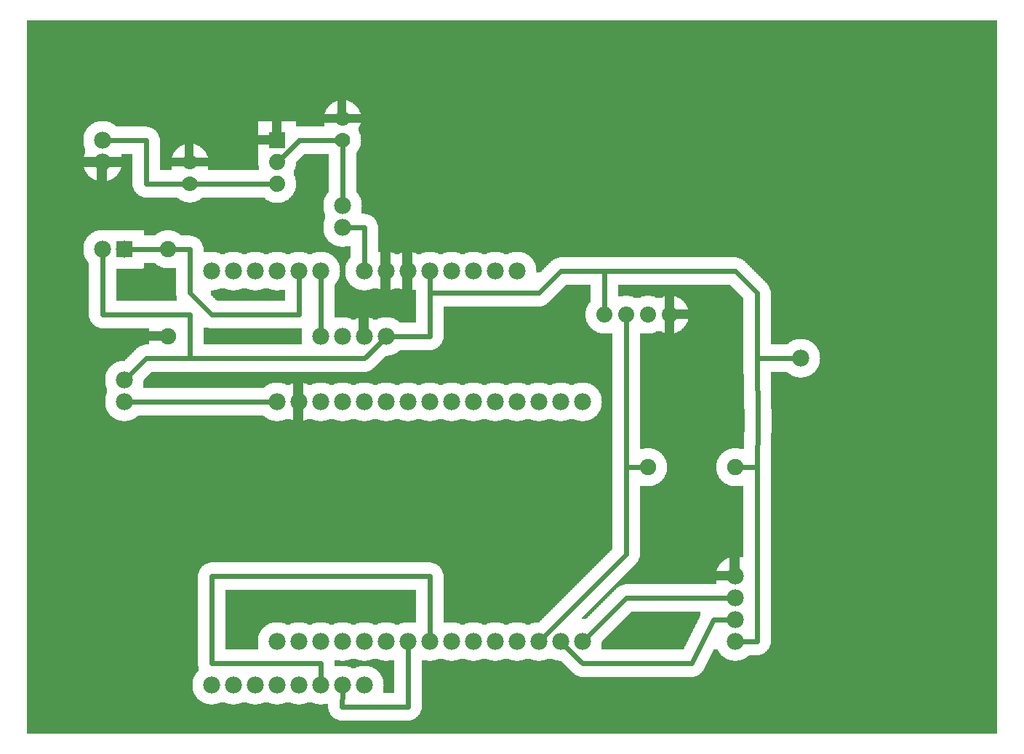
<source format=gbl>
G04 MADE WITH FRITZING*
G04 WWW.FRITZING.ORG*
G04 DOUBLE SIDED*
G04 HOLES PLATED*
G04 CONTOUR ON CENTER OF CONTOUR VECTOR*
%ASAXBY*%
%FSLAX23Y23*%
%MOIN*%
%OFA0B0*%
%SFA1.0B1.0*%
%ADD10C,0.075000*%
%ADD11C,0.078000*%
%ADD12C,0.070000*%
%ADD13C,0.074000*%
%ADD14C,0.073889*%
%ADD15R,0.078000X0.078000*%
%ADD16C,0.024000*%
%ADD17R,0.001000X0.001000*%
%LNCOPPER0*%
G90*
G70*
G54D10*
X521Y2113D03*
X3117Y2033D03*
X1029Y640D03*
X2841Y538D03*
X123Y3232D03*
G54D11*
X386Y2763D03*
X386Y2663D03*
G54D12*
X786Y2563D03*
X786Y2663D03*
G54D13*
X1186Y2763D03*
X1186Y2663D03*
X1186Y2563D03*
G54D12*
X1486Y2763D03*
X1486Y2863D03*
G54D11*
X1486Y2463D03*
X1486Y2363D03*
X3286Y763D03*
X3286Y663D03*
X3286Y563D03*
X3286Y463D03*
X1686Y1863D03*
X1586Y1863D03*
X1486Y1863D03*
X1386Y1863D03*
G54D10*
X686Y1863D03*
X686Y2263D03*
G54D11*
X486Y2263D03*
X386Y2263D03*
G54D14*
X2986Y1963D03*
X2886Y1963D03*
X2786Y1963D03*
X2686Y1963D03*
G54D11*
X1186Y463D03*
X1286Y463D03*
X1386Y463D03*
X1486Y463D03*
X1586Y463D03*
X1686Y463D03*
X1786Y463D03*
X1886Y463D03*
X1986Y463D03*
X2086Y463D03*
X2186Y463D03*
X2286Y463D03*
X2386Y463D03*
X2486Y463D03*
X2586Y463D03*
X886Y2163D03*
X986Y2163D03*
X1086Y2163D03*
X1186Y2163D03*
X1286Y2163D03*
X1386Y2163D03*
X1586Y2163D03*
X1686Y2163D03*
X1786Y2163D03*
X1886Y2163D03*
X1986Y2163D03*
X2086Y2163D03*
X2186Y2163D03*
X2286Y2163D03*
X1186Y1563D03*
X1286Y1563D03*
X1386Y1563D03*
X1486Y1563D03*
X1586Y1563D03*
X1686Y1563D03*
X1786Y1563D03*
X1886Y1563D03*
X1986Y1563D03*
X2086Y1563D03*
X2186Y1563D03*
X2286Y1563D03*
X2386Y1563D03*
X2486Y1563D03*
X2586Y1563D03*
X886Y263D03*
X986Y263D03*
X1086Y263D03*
X1186Y263D03*
X1286Y263D03*
X1386Y263D03*
X1486Y263D03*
X1586Y263D03*
X486Y1663D03*
X486Y1563D03*
G54D10*
X3286Y1263D03*
X2886Y1263D03*
G54D11*
X3586Y1763D03*
G54D15*
X486Y2263D03*
G54D16*
X586Y2563D02*
X586Y2763D01*
D02*
X586Y2763D02*
X416Y2763D01*
D02*
X760Y2563D02*
X586Y2563D01*
D02*
X1155Y2563D02*
X812Y2563D01*
D02*
X1286Y2763D02*
X1208Y2685D01*
D02*
X1460Y2763D02*
X1286Y2763D01*
D02*
X1486Y2563D02*
X1486Y2493D01*
D02*
X1486Y2737D02*
X1486Y2563D01*
D02*
X686Y1763D02*
X786Y1763D01*
D02*
X1586Y1763D02*
X1665Y1842D01*
D02*
X786Y1763D02*
X1586Y1763D01*
D02*
X1886Y2133D02*
X1886Y2063D01*
D02*
X2486Y2163D02*
X2686Y2163D01*
D02*
X1886Y2063D02*
X2186Y2063D01*
D02*
X2186Y2063D02*
X2386Y2063D01*
D02*
X2386Y2063D02*
X2486Y2163D01*
D02*
X2686Y2163D02*
X2786Y2163D01*
D02*
X2686Y2163D02*
X2686Y1997D01*
D02*
X657Y2263D02*
X516Y2263D01*
D02*
X786Y1963D02*
X386Y1963D01*
D02*
X386Y1963D02*
X386Y2163D01*
D02*
X786Y1763D02*
X786Y1863D01*
D02*
X386Y2163D02*
X386Y2233D01*
D02*
X686Y1763D02*
X786Y1763D01*
D02*
X786Y1863D02*
X786Y1963D01*
D02*
X2786Y1663D02*
X2786Y1263D01*
D02*
X2786Y1263D02*
X2786Y863D01*
D02*
X2786Y863D02*
X2407Y484D01*
D02*
X2786Y1929D02*
X2786Y1663D01*
D02*
X3186Y563D02*
X3086Y363D01*
D02*
X3086Y363D02*
X2686Y363D01*
D02*
X2586Y363D02*
X2507Y442D01*
D02*
X2686Y363D02*
X2586Y363D01*
D02*
X3256Y563D02*
X3186Y563D01*
D02*
X2786Y663D02*
X2607Y484D01*
D02*
X3256Y663D02*
X2786Y663D01*
D02*
X3386Y463D02*
X3316Y463D01*
D02*
X3386Y2063D02*
X3386Y1763D01*
D02*
X3386Y1763D02*
X3390Y1467D01*
D02*
X3086Y2163D02*
X3286Y2163D01*
D02*
X2786Y2163D02*
X3086Y2163D01*
D02*
X3386Y1263D02*
X3386Y463D01*
D02*
X3390Y1467D02*
X3386Y1263D01*
D02*
X3286Y2163D02*
X3386Y2063D01*
D02*
X786Y2263D02*
X786Y2063D01*
D02*
X886Y1963D02*
X1086Y1963D01*
D02*
X1286Y1963D02*
X1286Y2133D01*
D02*
X786Y2063D02*
X886Y1963D01*
D02*
X715Y2263D02*
X786Y2263D01*
D02*
X1086Y1963D02*
X1286Y1963D01*
D02*
X1386Y1893D02*
X1386Y2133D01*
D02*
X1586Y2363D02*
X1586Y2163D01*
D02*
X1516Y2363D02*
X1586Y2363D01*
D02*
X1886Y763D02*
X886Y763D01*
D02*
X886Y763D02*
X886Y363D01*
D02*
X886Y363D02*
X1386Y363D01*
D02*
X1386Y363D02*
X1386Y293D01*
D02*
X1886Y493D02*
X1886Y763D01*
D02*
X1786Y163D02*
X1482Y163D01*
D02*
X1786Y363D02*
X1786Y163D01*
D02*
X1482Y163D02*
X1485Y233D01*
D02*
X1786Y433D02*
X1786Y363D01*
D02*
X1156Y1563D02*
X486Y1563D01*
D02*
X586Y1763D02*
X507Y1684D01*
D02*
X686Y1763D02*
X586Y1763D01*
D02*
X2786Y1263D02*
X2857Y1263D01*
D02*
X3386Y1263D02*
X3315Y1263D01*
D02*
X3386Y1763D02*
X3556Y1763D01*
D02*
X1716Y1863D02*
X1886Y1863D01*
D02*
X1886Y1863D02*
X1886Y2133D01*
G36*
X576Y2202D02*
X576Y2176D01*
X672Y2176D01*
X672Y2178D01*
X662Y2178D01*
X662Y2180D01*
X656Y2180D01*
X656Y2182D01*
X652Y2182D01*
X652Y2184D01*
X648Y2184D01*
X648Y2186D01*
X644Y2186D01*
X644Y2188D01*
X640Y2188D01*
X640Y2190D01*
X636Y2190D01*
X636Y2192D01*
X634Y2192D01*
X634Y2194D01*
X632Y2194D01*
X632Y2196D01*
X630Y2196D01*
X630Y2198D01*
X626Y2198D01*
X626Y2200D01*
X624Y2200D01*
X624Y2202D01*
X576Y2202D01*
G37*
D02*
G36*
X700Y2178D02*
X700Y2176D01*
X724Y2176D01*
X724Y2178D01*
X700Y2178D01*
G37*
D02*
G36*
X574Y2176D02*
X574Y2174D01*
X724Y2174D01*
X724Y2176D01*
X574Y2176D01*
G37*
D02*
G36*
X574Y2176D02*
X574Y2174D01*
X724Y2174D01*
X724Y2176D01*
X574Y2176D01*
G37*
D02*
G36*
X448Y2174D02*
X448Y2026D01*
X726Y2026D01*
X726Y2052D01*
X724Y2052D01*
X724Y2174D01*
X448Y2174D01*
G37*
D02*
G36*
X924Y2084D02*
X924Y2082D01*
X920Y2082D01*
X920Y2080D01*
X914Y2080D01*
X914Y2078D01*
X908Y2078D01*
X908Y2076D01*
X896Y2076D01*
X896Y2074D01*
X976Y2074D01*
X976Y2076D01*
X964Y2076D01*
X964Y2078D01*
X958Y2078D01*
X958Y2080D01*
X952Y2080D01*
X952Y2082D01*
X948Y2082D01*
X948Y2084D01*
X924Y2084D01*
G37*
D02*
G36*
X1024Y2084D02*
X1024Y2082D01*
X1020Y2082D01*
X1020Y2080D01*
X1014Y2080D01*
X1014Y2078D01*
X1008Y2078D01*
X1008Y2076D01*
X996Y2076D01*
X996Y2074D01*
X1076Y2074D01*
X1076Y2076D01*
X1064Y2076D01*
X1064Y2078D01*
X1058Y2078D01*
X1058Y2080D01*
X1052Y2080D01*
X1052Y2082D01*
X1048Y2082D01*
X1048Y2084D01*
X1024Y2084D01*
G37*
D02*
G36*
X1124Y2084D02*
X1124Y2082D01*
X1120Y2082D01*
X1120Y2080D01*
X1114Y2080D01*
X1114Y2078D01*
X1108Y2078D01*
X1108Y2076D01*
X1096Y2076D01*
X1096Y2074D01*
X1176Y2074D01*
X1176Y2076D01*
X1164Y2076D01*
X1164Y2078D01*
X1158Y2078D01*
X1158Y2080D01*
X1152Y2080D01*
X1152Y2082D01*
X1148Y2082D01*
X1148Y2084D01*
X1124Y2084D01*
G37*
D02*
G36*
X1196Y2076D02*
X1196Y2074D01*
X1224Y2074D01*
X1224Y2076D01*
X1196Y2076D01*
G37*
D02*
G36*
X882Y2074D02*
X882Y2072D01*
X1224Y2072D01*
X1224Y2074D01*
X882Y2074D01*
G37*
D02*
G36*
X882Y2074D02*
X882Y2072D01*
X1224Y2072D01*
X1224Y2074D01*
X882Y2074D01*
G37*
D02*
G36*
X882Y2074D02*
X882Y2072D01*
X1224Y2072D01*
X1224Y2074D01*
X882Y2074D01*
G37*
D02*
G36*
X882Y2074D02*
X882Y2072D01*
X1224Y2072D01*
X1224Y2074D01*
X882Y2074D01*
G37*
D02*
G36*
X882Y2072D02*
X882Y2054D01*
X884Y2054D01*
X884Y2052D01*
X886Y2052D01*
X886Y2050D01*
X888Y2050D01*
X888Y2048D01*
X890Y2048D01*
X890Y2046D01*
X892Y2046D01*
X892Y2044D01*
X894Y2044D01*
X894Y2042D01*
X896Y2042D01*
X896Y2040D01*
X898Y2040D01*
X898Y2038D01*
X900Y2038D01*
X900Y2036D01*
X902Y2036D01*
X902Y2034D01*
X904Y2034D01*
X904Y2032D01*
X906Y2032D01*
X906Y2030D01*
X908Y2030D01*
X908Y2028D01*
X910Y2028D01*
X910Y2026D01*
X1224Y2026D01*
X1224Y2072D01*
X882Y2072D01*
G37*
D02*
G36*
X848Y1904D02*
X848Y1826D01*
X1300Y1826D01*
X1300Y1846D01*
X1298Y1846D01*
X1298Y1882D01*
X1300Y1882D01*
X1300Y1902D01*
X872Y1902D01*
X872Y1904D01*
X848Y1904D01*
G37*
D02*
G36*
X2748Y2102D02*
X2748Y2050D01*
X3000Y2050D01*
X3000Y2048D01*
X3008Y2048D01*
X3008Y2046D01*
X3016Y2046D01*
X3016Y2044D01*
X3020Y2044D01*
X3020Y2042D01*
X3024Y2042D01*
X3024Y2040D01*
X3028Y2040D01*
X3028Y2038D01*
X3032Y2038D01*
X3032Y2036D01*
X3036Y2036D01*
X3036Y2034D01*
X3038Y2034D01*
X3038Y2032D01*
X3040Y2032D01*
X3040Y2030D01*
X3042Y2030D01*
X3042Y2028D01*
X3046Y2028D01*
X3046Y2026D01*
X3048Y2026D01*
X3048Y2024D01*
X3050Y2024D01*
X3050Y2020D01*
X3052Y2020D01*
X3052Y2018D01*
X3054Y2018D01*
X3054Y2016D01*
X3056Y2016D01*
X3056Y2014D01*
X3058Y2014D01*
X3058Y2010D01*
X3060Y2010D01*
X3060Y2008D01*
X3062Y2008D01*
X3062Y2004D01*
X3064Y2004D01*
X3064Y2000D01*
X3066Y2000D01*
X3066Y1994D01*
X3068Y1994D01*
X3068Y1990D01*
X3070Y1990D01*
X3070Y1982D01*
X3072Y1982D01*
X3072Y1964D01*
X3074Y1964D01*
X3074Y1962D01*
X3072Y1962D01*
X3072Y1944D01*
X3070Y1944D01*
X3070Y1938D01*
X3068Y1938D01*
X3068Y1932D01*
X3066Y1932D01*
X3066Y1928D01*
X3064Y1928D01*
X3064Y1922D01*
X3062Y1922D01*
X3062Y1920D01*
X3060Y1920D01*
X3060Y1916D01*
X3058Y1916D01*
X3058Y1914D01*
X3056Y1914D01*
X3056Y1910D01*
X3054Y1910D01*
X3054Y1908D01*
X3052Y1908D01*
X3052Y1906D01*
X3050Y1906D01*
X3050Y1904D01*
X3048Y1904D01*
X3048Y1902D01*
X3046Y1902D01*
X3046Y1900D01*
X3044Y1900D01*
X3044Y1898D01*
X3042Y1898D01*
X3042Y1896D01*
X3040Y1896D01*
X3040Y1894D01*
X3038Y1894D01*
X3038Y1892D01*
X3034Y1892D01*
X3034Y1890D01*
X3032Y1890D01*
X3032Y1888D01*
X3028Y1888D01*
X3028Y1886D01*
X3024Y1886D01*
X3024Y1884D01*
X3020Y1884D01*
X3020Y1882D01*
X3014Y1882D01*
X3014Y1880D01*
X3008Y1880D01*
X3008Y1878D01*
X2996Y1878D01*
X2996Y1876D01*
X3324Y1876D01*
X3324Y2038D01*
X3322Y2038D01*
X3322Y2040D01*
X3320Y2040D01*
X3320Y2042D01*
X3318Y2042D01*
X3318Y2044D01*
X3316Y2044D01*
X3316Y2046D01*
X3314Y2046D01*
X3314Y2048D01*
X3312Y2048D01*
X3312Y2050D01*
X3310Y2050D01*
X3310Y2052D01*
X3308Y2052D01*
X3308Y2054D01*
X3306Y2054D01*
X3306Y2056D01*
X3304Y2056D01*
X3304Y2058D01*
X3302Y2058D01*
X3302Y2060D01*
X3300Y2060D01*
X3300Y2062D01*
X3298Y2062D01*
X3298Y2064D01*
X3296Y2064D01*
X3296Y2066D01*
X3294Y2066D01*
X3294Y2068D01*
X3292Y2068D01*
X3292Y2070D01*
X3290Y2070D01*
X3290Y2072D01*
X3288Y2072D01*
X3288Y2074D01*
X3286Y2074D01*
X3286Y2076D01*
X3284Y2076D01*
X3284Y2078D01*
X3282Y2078D01*
X3282Y2080D01*
X3280Y2080D01*
X3280Y2082D01*
X3278Y2082D01*
X3278Y2084D01*
X3276Y2084D01*
X3276Y2086D01*
X3274Y2086D01*
X3274Y2088D01*
X3272Y2088D01*
X3272Y2090D01*
X3270Y2090D01*
X3270Y2092D01*
X3268Y2092D01*
X3268Y2094D01*
X3266Y2094D01*
X3266Y2096D01*
X3264Y2096D01*
X3264Y2098D01*
X3262Y2098D01*
X3262Y2100D01*
X3260Y2100D01*
X3260Y2102D01*
X2748Y2102D01*
G37*
D02*
G36*
X2748Y2050D02*
X2748Y2048D01*
X2772Y2048D01*
X2772Y2050D01*
X2748Y2050D01*
G37*
D02*
G36*
X2800Y2050D02*
X2800Y2048D01*
X2808Y2048D01*
X2808Y2046D01*
X2816Y2046D01*
X2816Y2044D01*
X2820Y2044D01*
X2820Y2042D01*
X2824Y2042D01*
X2824Y2040D01*
X2848Y2040D01*
X2848Y2042D01*
X2852Y2042D01*
X2852Y2044D01*
X2856Y2044D01*
X2856Y2046D01*
X2864Y2046D01*
X2864Y2048D01*
X2872Y2048D01*
X2872Y2050D01*
X2800Y2050D01*
G37*
D02*
G36*
X2900Y2050D02*
X2900Y2048D01*
X2908Y2048D01*
X2908Y2046D01*
X2916Y2046D01*
X2916Y2044D01*
X2920Y2044D01*
X2920Y2042D01*
X2924Y2042D01*
X2924Y2040D01*
X2948Y2040D01*
X2948Y2042D01*
X2952Y2042D01*
X2952Y2044D01*
X2956Y2044D01*
X2956Y2046D01*
X2964Y2046D01*
X2964Y2048D01*
X2972Y2048D01*
X2972Y2050D01*
X2900Y2050D01*
G37*
D02*
G36*
X2924Y1886D02*
X2924Y1884D01*
X2920Y1884D01*
X2920Y1882D01*
X2914Y1882D01*
X2914Y1880D01*
X2908Y1880D01*
X2908Y1878D01*
X2896Y1878D01*
X2896Y1876D01*
X2976Y1876D01*
X2976Y1878D01*
X2966Y1878D01*
X2966Y1880D01*
X2958Y1880D01*
X2958Y1882D01*
X2952Y1882D01*
X2952Y1884D01*
X2948Y1884D01*
X2948Y1886D01*
X2924Y1886D01*
G37*
D02*
G36*
X2848Y1878D02*
X2848Y1876D01*
X2876Y1876D01*
X2876Y1878D01*
X2848Y1878D01*
G37*
D02*
G36*
X2848Y1876D02*
X2848Y1874D01*
X3324Y1874D01*
X3324Y1876D01*
X2848Y1876D01*
G37*
D02*
G36*
X2848Y1876D02*
X2848Y1874D01*
X3324Y1874D01*
X3324Y1876D01*
X2848Y1876D01*
G37*
D02*
G36*
X2848Y1876D02*
X2848Y1874D01*
X3324Y1874D01*
X3324Y1876D01*
X2848Y1876D01*
G37*
D02*
G36*
X2848Y1874D02*
X2848Y1350D01*
X3304Y1350D01*
X3304Y1348D01*
X3326Y1348D01*
X3326Y1424D01*
X3328Y1424D01*
X3328Y1530D01*
X3326Y1530D01*
X3326Y1690D01*
X3324Y1690D01*
X3324Y1874D01*
X2848Y1874D01*
G37*
D02*
G36*
X2848Y1350D02*
X2848Y1348D01*
X2868Y1348D01*
X2868Y1350D01*
X2848Y1350D01*
G37*
D02*
G36*
X2904Y1350D02*
X2904Y1348D01*
X2912Y1348D01*
X2912Y1346D01*
X2916Y1346D01*
X2916Y1344D01*
X2922Y1344D01*
X2922Y1342D01*
X2926Y1342D01*
X2926Y1340D01*
X2930Y1340D01*
X2930Y1338D01*
X2932Y1338D01*
X2932Y1336D01*
X2936Y1336D01*
X2936Y1334D01*
X2938Y1334D01*
X2938Y1332D01*
X2942Y1332D01*
X2942Y1330D01*
X2944Y1330D01*
X2944Y1328D01*
X2946Y1328D01*
X2946Y1326D01*
X2948Y1326D01*
X2948Y1324D01*
X2950Y1324D01*
X2950Y1322D01*
X2952Y1322D01*
X2952Y1320D01*
X2954Y1320D01*
X2954Y1316D01*
X2956Y1316D01*
X2956Y1314D01*
X2958Y1314D01*
X2958Y1312D01*
X2960Y1312D01*
X2960Y1308D01*
X2962Y1308D01*
X2962Y1304D01*
X2964Y1304D01*
X2964Y1300D01*
X2966Y1300D01*
X2966Y1296D01*
X2968Y1296D01*
X2968Y1290D01*
X2970Y1290D01*
X2970Y1284D01*
X2972Y1284D01*
X2972Y1272D01*
X2974Y1272D01*
X2974Y1254D01*
X2972Y1254D01*
X2972Y1242D01*
X2970Y1242D01*
X2970Y1236D01*
X2968Y1236D01*
X2968Y1230D01*
X2966Y1230D01*
X2966Y1226D01*
X2964Y1226D01*
X2964Y1222D01*
X2962Y1222D01*
X2962Y1218D01*
X2960Y1218D01*
X2960Y1214D01*
X2958Y1214D01*
X2958Y1212D01*
X2956Y1212D01*
X2956Y1210D01*
X2954Y1210D01*
X2954Y1206D01*
X2952Y1206D01*
X2952Y1204D01*
X2950Y1204D01*
X2950Y1202D01*
X2948Y1202D01*
X2948Y1200D01*
X2946Y1200D01*
X2946Y1198D01*
X2944Y1198D01*
X2944Y1196D01*
X2940Y1196D01*
X2940Y1194D01*
X2938Y1194D01*
X2938Y1192D01*
X2936Y1192D01*
X2936Y1190D01*
X2932Y1190D01*
X2932Y1188D01*
X2928Y1188D01*
X2928Y1186D01*
X2924Y1186D01*
X2924Y1184D01*
X2920Y1184D01*
X2920Y1182D01*
X2916Y1182D01*
X2916Y1180D01*
X2910Y1180D01*
X2910Y1178D01*
X2900Y1178D01*
X2900Y1176D01*
X3272Y1176D01*
X3272Y1178D01*
X3262Y1178D01*
X3262Y1180D01*
X3256Y1180D01*
X3256Y1182D01*
X3252Y1182D01*
X3252Y1184D01*
X3248Y1184D01*
X3248Y1186D01*
X3244Y1186D01*
X3244Y1188D01*
X3240Y1188D01*
X3240Y1190D01*
X3236Y1190D01*
X3236Y1192D01*
X3234Y1192D01*
X3234Y1194D01*
X3232Y1194D01*
X3232Y1196D01*
X3230Y1196D01*
X3230Y1198D01*
X3226Y1198D01*
X3226Y1200D01*
X3224Y1200D01*
X3224Y1202D01*
X3222Y1202D01*
X3222Y1204D01*
X3220Y1204D01*
X3220Y1208D01*
X3218Y1208D01*
X3218Y1210D01*
X3216Y1210D01*
X3216Y1212D01*
X3214Y1212D01*
X3214Y1216D01*
X3212Y1216D01*
X3212Y1218D01*
X3210Y1218D01*
X3210Y1222D01*
X3208Y1222D01*
X3208Y1226D01*
X3206Y1226D01*
X3206Y1230D01*
X3204Y1230D01*
X3204Y1236D01*
X3202Y1236D01*
X3202Y1244D01*
X3200Y1244D01*
X3200Y1256D01*
X3198Y1256D01*
X3198Y1270D01*
X3200Y1270D01*
X3200Y1284D01*
X3202Y1284D01*
X3202Y1290D01*
X3204Y1290D01*
X3204Y1296D01*
X3206Y1296D01*
X3206Y1300D01*
X3208Y1300D01*
X3208Y1304D01*
X3210Y1304D01*
X3210Y1308D01*
X3212Y1308D01*
X3212Y1312D01*
X3214Y1312D01*
X3214Y1314D01*
X3216Y1314D01*
X3216Y1316D01*
X3218Y1316D01*
X3218Y1320D01*
X3220Y1320D01*
X3220Y1322D01*
X3222Y1322D01*
X3222Y1324D01*
X3224Y1324D01*
X3224Y1326D01*
X3226Y1326D01*
X3226Y1328D01*
X3228Y1328D01*
X3228Y1330D01*
X3230Y1330D01*
X3230Y1332D01*
X3234Y1332D01*
X3234Y1334D01*
X3236Y1334D01*
X3236Y1336D01*
X3240Y1336D01*
X3240Y1338D01*
X3242Y1338D01*
X3242Y1340D01*
X3246Y1340D01*
X3246Y1342D01*
X3250Y1342D01*
X3250Y1344D01*
X3256Y1344D01*
X3256Y1346D01*
X3262Y1346D01*
X3262Y1348D01*
X3268Y1348D01*
X3268Y1350D01*
X2904Y1350D01*
G37*
D02*
G36*
X2848Y1178D02*
X2848Y1176D01*
X2872Y1176D01*
X2872Y1178D01*
X2848Y1178D01*
G37*
D02*
G36*
X3300Y1178D02*
X3300Y1176D01*
X3324Y1176D01*
X3324Y1178D01*
X3300Y1178D01*
G37*
D02*
G36*
X2848Y1176D02*
X2848Y1174D01*
X3324Y1174D01*
X3324Y1176D01*
X2848Y1176D01*
G37*
D02*
G36*
X2848Y1176D02*
X2848Y1174D01*
X3324Y1174D01*
X3324Y1176D01*
X2848Y1176D01*
G37*
D02*
G36*
X2848Y1176D02*
X2848Y1174D01*
X3324Y1174D01*
X3324Y1176D01*
X2848Y1176D01*
G37*
D02*
G36*
X2848Y1174D02*
X2848Y852D01*
X3300Y852D01*
X3300Y850D01*
X3324Y850D01*
X3324Y1174D01*
X2848Y1174D01*
G37*
D02*
G36*
X2846Y852D02*
X2846Y844D01*
X2844Y844D01*
X2844Y838D01*
X2842Y838D01*
X2842Y834D01*
X2840Y834D01*
X2840Y832D01*
X2838Y832D01*
X2838Y828D01*
X2836Y828D01*
X2836Y826D01*
X2834Y826D01*
X2834Y822D01*
X2832Y822D01*
X2832Y820D01*
X2830Y820D01*
X2830Y818D01*
X2828Y818D01*
X2828Y816D01*
X2826Y816D01*
X2826Y814D01*
X2824Y814D01*
X2824Y812D01*
X2822Y812D01*
X2822Y810D01*
X2820Y810D01*
X2820Y808D01*
X2818Y808D01*
X2818Y806D01*
X2816Y806D01*
X2816Y804D01*
X2814Y804D01*
X2814Y802D01*
X2812Y802D01*
X2812Y800D01*
X2810Y800D01*
X2810Y798D01*
X2808Y798D01*
X2808Y796D01*
X2806Y796D01*
X2806Y794D01*
X2804Y794D01*
X2804Y792D01*
X2802Y792D01*
X2802Y790D01*
X2800Y790D01*
X2800Y788D01*
X2798Y788D01*
X2798Y786D01*
X2796Y786D01*
X2796Y784D01*
X2794Y784D01*
X2794Y782D01*
X2792Y782D01*
X2792Y780D01*
X2790Y780D01*
X2790Y778D01*
X2788Y778D01*
X2788Y776D01*
X2786Y776D01*
X2786Y774D01*
X2784Y774D01*
X2784Y772D01*
X2782Y772D01*
X2782Y770D01*
X2780Y770D01*
X2780Y768D01*
X2778Y768D01*
X2778Y766D01*
X2776Y766D01*
X2776Y764D01*
X2774Y764D01*
X2774Y762D01*
X2772Y762D01*
X2772Y760D01*
X2770Y760D01*
X2770Y758D01*
X2768Y758D01*
X2768Y756D01*
X2766Y756D01*
X2766Y754D01*
X2764Y754D01*
X2764Y752D01*
X2762Y752D01*
X2762Y750D01*
X2760Y750D01*
X2760Y748D01*
X2758Y748D01*
X2758Y746D01*
X2756Y746D01*
X2756Y744D01*
X2754Y744D01*
X2754Y742D01*
X2752Y742D01*
X2752Y740D01*
X2750Y740D01*
X2750Y738D01*
X2748Y738D01*
X2748Y736D01*
X2746Y736D01*
X2746Y734D01*
X2744Y734D01*
X2744Y732D01*
X2742Y732D01*
X2742Y730D01*
X2740Y730D01*
X2740Y728D01*
X2738Y728D01*
X2738Y726D01*
X2736Y726D01*
X2736Y724D01*
X2734Y724D01*
X2734Y722D01*
X2732Y722D01*
X2732Y720D01*
X2730Y720D01*
X2730Y718D01*
X2728Y718D01*
X2728Y716D01*
X2726Y716D01*
X2726Y714D01*
X2724Y714D01*
X2724Y712D01*
X2722Y712D01*
X2722Y710D01*
X2720Y710D01*
X2720Y708D01*
X2718Y708D01*
X2718Y706D01*
X2716Y706D01*
X2716Y704D01*
X2714Y704D01*
X2714Y702D01*
X2712Y702D01*
X2712Y700D01*
X2710Y700D01*
X2710Y698D01*
X2708Y698D01*
X2708Y696D01*
X2706Y696D01*
X2706Y694D01*
X2704Y694D01*
X2704Y692D01*
X2702Y692D01*
X2702Y690D01*
X2700Y690D01*
X2700Y688D01*
X2698Y688D01*
X2698Y686D01*
X2696Y686D01*
X2696Y684D01*
X2694Y684D01*
X2694Y682D01*
X2692Y682D01*
X2692Y680D01*
X2690Y680D01*
X2690Y678D01*
X2688Y678D01*
X2688Y676D01*
X2686Y676D01*
X2686Y674D01*
X2684Y674D01*
X2684Y672D01*
X2682Y672D01*
X2682Y670D01*
X2680Y670D01*
X2680Y668D01*
X2678Y668D01*
X2678Y666D01*
X2676Y666D01*
X2676Y664D01*
X2674Y664D01*
X2674Y662D01*
X2672Y662D01*
X2672Y660D01*
X2670Y660D01*
X2670Y658D01*
X2668Y658D01*
X2668Y656D01*
X2666Y656D01*
X2666Y654D01*
X2664Y654D01*
X2664Y652D01*
X2662Y652D01*
X2662Y650D01*
X2660Y650D01*
X2660Y648D01*
X2658Y648D01*
X2658Y646D01*
X2656Y646D01*
X2656Y644D01*
X2654Y644D01*
X2654Y642D01*
X2652Y642D01*
X2652Y640D01*
X2650Y640D01*
X2650Y638D01*
X2648Y638D01*
X2648Y636D01*
X2646Y636D01*
X2646Y634D01*
X2644Y634D01*
X2644Y632D01*
X2642Y632D01*
X2642Y630D01*
X2640Y630D01*
X2640Y628D01*
X2638Y628D01*
X2638Y626D01*
X2636Y626D01*
X2636Y624D01*
X2634Y624D01*
X2634Y622D01*
X2632Y622D01*
X2632Y620D01*
X2630Y620D01*
X2630Y618D01*
X2628Y618D01*
X2628Y616D01*
X2626Y616D01*
X2626Y614D01*
X2624Y614D01*
X2624Y612D01*
X2622Y612D01*
X2622Y610D01*
X2620Y610D01*
X2620Y608D01*
X2618Y608D01*
X2618Y606D01*
X2616Y606D01*
X2616Y604D01*
X2614Y604D01*
X2614Y602D01*
X2612Y602D01*
X2612Y600D01*
X2610Y600D01*
X2610Y598D01*
X2608Y598D01*
X2608Y596D01*
X2606Y596D01*
X2606Y594D01*
X2604Y594D01*
X2604Y592D01*
X2602Y592D01*
X2602Y590D01*
X2600Y590D01*
X2600Y588D01*
X2598Y588D01*
X2598Y586D01*
X2596Y586D01*
X2596Y584D01*
X2594Y584D01*
X2594Y582D01*
X2592Y582D01*
X2592Y580D01*
X2590Y580D01*
X2590Y578D01*
X2588Y578D01*
X2588Y576D01*
X2586Y576D01*
X2586Y574D01*
X2584Y574D01*
X2584Y572D01*
X2582Y572D01*
X2582Y566D01*
X2602Y566D01*
X2602Y568D01*
X2604Y568D01*
X2604Y570D01*
X2606Y570D01*
X2606Y572D01*
X2608Y572D01*
X2608Y574D01*
X2610Y574D01*
X2610Y576D01*
X2612Y576D01*
X2612Y578D01*
X2614Y578D01*
X2614Y580D01*
X2616Y580D01*
X2616Y582D01*
X2618Y582D01*
X2618Y584D01*
X2620Y584D01*
X2620Y586D01*
X2622Y586D01*
X2622Y588D01*
X2624Y588D01*
X2624Y590D01*
X2626Y590D01*
X2626Y592D01*
X2628Y592D01*
X2628Y594D01*
X2630Y594D01*
X2630Y596D01*
X2632Y596D01*
X2632Y598D01*
X2634Y598D01*
X2634Y600D01*
X2636Y600D01*
X2636Y602D01*
X2638Y602D01*
X2638Y604D01*
X2640Y604D01*
X2640Y606D01*
X2642Y606D01*
X2642Y608D01*
X2644Y608D01*
X2644Y610D01*
X2646Y610D01*
X2646Y612D01*
X2648Y612D01*
X2648Y614D01*
X2650Y614D01*
X2650Y616D01*
X2652Y616D01*
X2652Y618D01*
X2654Y618D01*
X2654Y620D01*
X2656Y620D01*
X2656Y622D01*
X2658Y622D01*
X2658Y624D01*
X2660Y624D01*
X2660Y626D01*
X2662Y626D01*
X2662Y628D01*
X2664Y628D01*
X2664Y630D01*
X2666Y630D01*
X2666Y632D01*
X2668Y632D01*
X2668Y634D01*
X2670Y634D01*
X2670Y636D01*
X2672Y636D01*
X2672Y638D01*
X2674Y638D01*
X2674Y640D01*
X2676Y640D01*
X2676Y642D01*
X2678Y642D01*
X2678Y644D01*
X2680Y644D01*
X2680Y646D01*
X2682Y646D01*
X2682Y648D01*
X2684Y648D01*
X2684Y650D01*
X2686Y650D01*
X2686Y652D01*
X2688Y652D01*
X2688Y654D01*
X2690Y654D01*
X2690Y656D01*
X2692Y656D01*
X2692Y658D01*
X2694Y658D01*
X2694Y660D01*
X2696Y660D01*
X2696Y662D01*
X2698Y662D01*
X2698Y664D01*
X2700Y664D01*
X2700Y666D01*
X2702Y666D01*
X2702Y668D01*
X2704Y668D01*
X2704Y670D01*
X2706Y670D01*
X2706Y672D01*
X2708Y672D01*
X2708Y674D01*
X2710Y674D01*
X2710Y676D01*
X2712Y676D01*
X2712Y678D01*
X2714Y678D01*
X2714Y680D01*
X2716Y680D01*
X2716Y682D01*
X2718Y682D01*
X2718Y684D01*
X2720Y684D01*
X2720Y686D01*
X2722Y686D01*
X2722Y688D01*
X2724Y688D01*
X2724Y690D01*
X2726Y690D01*
X2726Y692D01*
X2728Y692D01*
X2728Y694D01*
X2730Y694D01*
X2730Y696D01*
X2732Y696D01*
X2732Y698D01*
X2734Y698D01*
X2734Y700D01*
X2736Y700D01*
X2736Y702D01*
X2738Y702D01*
X2738Y704D01*
X2740Y704D01*
X2740Y706D01*
X2742Y706D01*
X2742Y708D01*
X2744Y708D01*
X2744Y710D01*
X2746Y710D01*
X2746Y712D01*
X2750Y712D01*
X2750Y714D01*
X2752Y714D01*
X2752Y716D01*
X2756Y716D01*
X2756Y718D01*
X2760Y718D01*
X2760Y720D01*
X2764Y720D01*
X2764Y722D01*
X2770Y722D01*
X2770Y724D01*
X2780Y724D01*
X2780Y726D01*
X3200Y726D01*
X3200Y746D01*
X3198Y746D01*
X3198Y782D01*
X3200Y782D01*
X3200Y790D01*
X3202Y790D01*
X3202Y794D01*
X3204Y794D01*
X3204Y800D01*
X3206Y800D01*
X3206Y804D01*
X3208Y804D01*
X3208Y808D01*
X3210Y808D01*
X3210Y810D01*
X3212Y810D01*
X3212Y814D01*
X3214Y814D01*
X3214Y816D01*
X3216Y816D01*
X3216Y820D01*
X3218Y820D01*
X3218Y822D01*
X3220Y822D01*
X3220Y824D01*
X3222Y824D01*
X3222Y826D01*
X3224Y826D01*
X3224Y828D01*
X3226Y828D01*
X3226Y830D01*
X3228Y830D01*
X3228Y832D01*
X3232Y832D01*
X3232Y834D01*
X3234Y834D01*
X3234Y836D01*
X3236Y836D01*
X3236Y838D01*
X3240Y838D01*
X3240Y840D01*
X3242Y840D01*
X3242Y842D01*
X3246Y842D01*
X3246Y844D01*
X3250Y844D01*
X3250Y846D01*
X3256Y846D01*
X3256Y848D01*
X3262Y848D01*
X3262Y850D01*
X3272Y850D01*
X3272Y852D01*
X2846Y852D01*
G37*
D02*
G36*
X948Y702D02*
X948Y552D01*
X1800Y552D01*
X1800Y550D01*
X1824Y550D01*
X1824Y702D01*
X948Y702D01*
G37*
D02*
G36*
X948Y552D02*
X948Y426D01*
X1100Y426D01*
X1100Y446D01*
X1098Y446D01*
X1098Y482D01*
X1100Y482D01*
X1100Y490D01*
X1102Y490D01*
X1102Y494D01*
X1104Y494D01*
X1104Y500D01*
X1106Y500D01*
X1106Y504D01*
X1108Y504D01*
X1108Y508D01*
X1110Y508D01*
X1110Y510D01*
X1112Y510D01*
X1112Y514D01*
X1114Y514D01*
X1114Y516D01*
X1116Y516D01*
X1116Y520D01*
X1118Y520D01*
X1118Y522D01*
X1120Y522D01*
X1120Y524D01*
X1122Y524D01*
X1122Y526D01*
X1124Y526D01*
X1124Y528D01*
X1126Y528D01*
X1126Y530D01*
X1128Y530D01*
X1128Y532D01*
X1132Y532D01*
X1132Y534D01*
X1134Y534D01*
X1134Y536D01*
X1136Y536D01*
X1136Y538D01*
X1140Y538D01*
X1140Y540D01*
X1142Y540D01*
X1142Y542D01*
X1146Y542D01*
X1146Y544D01*
X1150Y544D01*
X1150Y546D01*
X1156Y546D01*
X1156Y548D01*
X1162Y548D01*
X1162Y550D01*
X1172Y550D01*
X1172Y552D01*
X948Y552D01*
G37*
D02*
G36*
X1200Y552D02*
X1200Y550D01*
X1210Y550D01*
X1210Y548D01*
X1216Y548D01*
X1216Y546D01*
X1222Y546D01*
X1222Y544D01*
X1226Y544D01*
X1226Y542D01*
X1246Y542D01*
X1246Y544D01*
X1250Y544D01*
X1250Y546D01*
X1256Y546D01*
X1256Y548D01*
X1262Y548D01*
X1262Y550D01*
X1272Y550D01*
X1272Y552D01*
X1200Y552D01*
G37*
D02*
G36*
X1300Y552D02*
X1300Y550D01*
X1310Y550D01*
X1310Y548D01*
X1316Y548D01*
X1316Y546D01*
X1322Y546D01*
X1322Y544D01*
X1326Y544D01*
X1326Y542D01*
X1346Y542D01*
X1346Y544D01*
X1350Y544D01*
X1350Y546D01*
X1356Y546D01*
X1356Y548D01*
X1362Y548D01*
X1362Y550D01*
X1372Y550D01*
X1372Y552D01*
X1300Y552D01*
G37*
D02*
G36*
X1400Y552D02*
X1400Y550D01*
X1410Y550D01*
X1410Y548D01*
X1416Y548D01*
X1416Y546D01*
X1422Y546D01*
X1422Y544D01*
X1426Y544D01*
X1426Y542D01*
X1446Y542D01*
X1446Y544D01*
X1450Y544D01*
X1450Y546D01*
X1456Y546D01*
X1456Y548D01*
X1462Y548D01*
X1462Y550D01*
X1472Y550D01*
X1472Y552D01*
X1400Y552D01*
G37*
D02*
G36*
X1500Y552D02*
X1500Y550D01*
X1510Y550D01*
X1510Y548D01*
X1516Y548D01*
X1516Y546D01*
X1522Y546D01*
X1522Y544D01*
X1526Y544D01*
X1526Y542D01*
X1546Y542D01*
X1546Y544D01*
X1550Y544D01*
X1550Y546D01*
X1556Y546D01*
X1556Y548D01*
X1562Y548D01*
X1562Y550D01*
X1572Y550D01*
X1572Y552D01*
X1500Y552D01*
G37*
D02*
G36*
X1600Y552D02*
X1600Y550D01*
X1610Y550D01*
X1610Y548D01*
X1616Y548D01*
X1616Y546D01*
X1622Y546D01*
X1622Y544D01*
X1626Y544D01*
X1626Y542D01*
X1646Y542D01*
X1646Y544D01*
X1650Y544D01*
X1650Y546D01*
X1656Y546D01*
X1656Y548D01*
X1662Y548D01*
X1662Y550D01*
X1672Y550D01*
X1672Y552D01*
X1600Y552D01*
G37*
D02*
G36*
X1700Y552D02*
X1700Y550D01*
X1710Y550D01*
X1710Y548D01*
X1716Y548D01*
X1716Y546D01*
X1722Y546D01*
X1722Y544D01*
X1726Y544D01*
X1726Y542D01*
X1746Y542D01*
X1746Y544D01*
X1750Y544D01*
X1750Y546D01*
X1756Y546D01*
X1756Y548D01*
X1762Y548D01*
X1762Y550D01*
X1772Y550D01*
X1772Y552D01*
X1700Y552D01*
G37*
D02*
G36*
X2812Y602D02*
X2812Y600D01*
X2810Y600D01*
X2810Y598D01*
X2808Y598D01*
X2808Y596D01*
X2806Y596D01*
X2806Y594D01*
X2804Y594D01*
X2804Y592D01*
X2802Y592D01*
X2802Y590D01*
X2800Y590D01*
X2800Y588D01*
X2798Y588D01*
X2798Y586D01*
X2796Y586D01*
X2796Y584D01*
X2794Y584D01*
X2794Y582D01*
X2792Y582D01*
X2792Y580D01*
X2790Y580D01*
X2790Y578D01*
X2788Y578D01*
X2788Y576D01*
X2786Y576D01*
X2786Y574D01*
X2784Y574D01*
X2784Y572D01*
X2782Y572D01*
X2782Y570D01*
X2780Y570D01*
X2780Y568D01*
X2778Y568D01*
X2778Y566D01*
X2776Y566D01*
X2776Y564D01*
X2774Y564D01*
X2774Y562D01*
X2772Y562D01*
X2772Y560D01*
X2770Y560D01*
X2770Y558D01*
X2768Y558D01*
X2768Y556D01*
X2766Y556D01*
X2766Y554D01*
X2764Y554D01*
X2764Y552D01*
X2762Y552D01*
X2762Y550D01*
X2760Y550D01*
X2760Y548D01*
X2758Y548D01*
X2758Y546D01*
X2756Y546D01*
X2756Y544D01*
X2754Y544D01*
X2754Y542D01*
X2752Y542D01*
X2752Y540D01*
X2750Y540D01*
X2750Y538D01*
X2748Y538D01*
X2748Y536D01*
X2746Y536D01*
X2746Y534D01*
X2744Y534D01*
X2744Y532D01*
X2742Y532D01*
X2742Y530D01*
X2740Y530D01*
X2740Y528D01*
X2738Y528D01*
X2738Y526D01*
X2736Y526D01*
X2736Y524D01*
X2734Y524D01*
X2734Y522D01*
X2732Y522D01*
X2732Y520D01*
X2730Y520D01*
X2730Y518D01*
X2728Y518D01*
X2728Y516D01*
X2726Y516D01*
X2726Y514D01*
X2724Y514D01*
X2724Y512D01*
X2722Y512D01*
X2722Y510D01*
X2720Y510D01*
X2720Y508D01*
X2718Y508D01*
X2718Y506D01*
X2716Y506D01*
X2716Y504D01*
X2714Y504D01*
X2714Y502D01*
X2712Y502D01*
X2712Y500D01*
X2710Y500D01*
X2710Y498D01*
X2708Y498D01*
X2708Y496D01*
X2706Y496D01*
X2706Y494D01*
X2704Y494D01*
X2704Y492D01*
X2702Y492D01*
X2702Y490D01*
X2700Y490D01*
X2700Y488D01*
X2698Y488D01*
X2698Y486D01*
X2696Y486D01*
X2696Y484D01*
X2694Y484D01*
X2694Y482D01*
X2692Y482D01*
X2692Y480D01*
X2690Y480D01*
X2690Y478D01*
X2688Y478D01*
X2688Y476D01*
X2686Y476D01*
X2686Y474D01*
X2684Y474D01*
X2684Y472D01*
X2682Y472D01*
X2682Y470D01*
X2680Y470D01*
X2680Y468D01*
X2678Y468D01*
X2678Y466D01*
X2676Y466D01*
X2676Y462D01*
X2674Y462D01*
X2674Y426D01*
X3048Y426D01*
X3048Y428D01*
X3050Y428D01*
X3050Y432D01*
X3052Y432D01*
X3052Y436D01*
X3054Y436D01*
X3054Y440D01*
X3056Y440D01*
X3056Y444D01*
X3058Y444D01*
X3058Y448D01*
X3060Y448D01*
X3060Y452D01*
X3062Y452D01*
X3062Y456D01*
X3064Y456D01*
X3064Y460D01*
X3066Y460D01*
X3066Y464D01*
X3068Y464D01*
X3068Y468D01*
X3070Y468D01*
X3070Y472D01*
X3072Y472D01*
X3072Y476D01*
X3074Y476D01*
X3074Y480D01*
X3076Y480D01*
X3076Y484D01*
X3078Y484D01*
X3078Y488D01*
X3080Y488D01*
X3080Y492D01*
X3082Y492D01*
X3082Y496D01*
X3084Y496D01*
X3084Y500D01*
X3086Y500D01*
X3086Y504D01*
X3088Y504D01*
X3088Y508D01*
X3090Y508D01*
X3090Y512D01*
X3092Y512D01*
X3092Y516D01*
X3094Y516D01*
X3094Y520D01*
X3096Y520D01*
X3096Y524D01*
X3098Y524D01*
X3098Y528D01*
X3100Y528D01*
X3100Y532D01*
X3102Y532D01*
X3102Y536D01*
X3104Y536D01*
X3104Y540D01*
X3106Y540D01*
X3106Y544D01*
X3108Y544D01*
X3108Y548D01*
X3110Y548D01*
X3110Y552D01*
X3112Y552D01*
X3112Y556D01*
X3114Y556D01*
X3114Y560D01*
X3116Y560D01*
X3116Y564D01*
X3118Y564D01*
X3118Y568D01*
X3120Y568D01*
X3120Y572D01*
X3122Y572D01*
X3122Y576D01*
X3124Y576D01*
X3124Y580D01*
X3126Y580D01*
X3126Y602D01*
X2812Y602D01*
G37*
D02*
G36*
X1524Y384D02*
X1524Y382D01*
X1520Y382D01*
X1520Y380D01*
X1514Y380D01*
X1514Y378D01*
X1508Y378D01*
X1508Y376D01*
X1496Y376D01*
X1496Y374D01*
X1576Y374D01*
X1576Y376D01*
X1564Y376D01*
X1564Y378D01*
X1558Y378D01*
X1558Y380D01*
X1552Y380D01*
X1552Y382D01*
X1548Y382D01*
X1548Y384D01*
X1524Y384D01*
G37*
D02*
G36*
X1624Y384D02*
X1624Y382D01*
X1620Y382D01*
X1620Y380D01*
X1614Y380D01*
X1614Y378D01*
X1608Y378D01*
X1608Y376D01*
X1596Y376D01*
X1596Y374D01*
X1676Y374D01*
X1676Y376D01*
X1664Y376D01*
X1664Y378D01*
X1658Y378D01*
X1658Y380D01*
X1652Y380D01*
X1652Y382D01*
X1648Y382D01*
X1648Y384D01*
X1624Y384D01*
G37*
D02*
G36*
X1448Y376D02*
X1448Y374D01*
X1476Y374D01*
X1476Y376D01*
X1448Y376D01*
G37*
D02*
G36*
X1696Y376D02*
X1696Y374D01*
X1724Y374D01*
X1724Y376D01*
X1696Y376D01*
G37*
D02*
G36*
X1448Y374D02*
X1448Y372D01*
X1724Y372D01*
X1724Y374D01*
X1448Y374D01*
G37*
D02*
G36*
X1448Y374D02*
X1448Y372D01*
X1724Y372D01*
X1724Y374D01*
X1448Y374D01*
G37*
D02*
G36*
X1448Y374D02*
X1448Y372D01*
X1724Y372D01*
X1724Y374D01*
X1448Y374D01*
G37*
D02*
G36*
X1448Y374D02*
X1448Y372D01*
X1724Y372D01*
X1724Y374D01*
X1448Y374D01*
G37*
D02*
G36*
X1448Y372D02*
X1448Y352D01*
X1600Y352D01*
X1600Y350D01*
X1610Y350D01*
X1610Y348D01*
X1616Y348D01*
X1616Y346D01*
X1622Y346D01*
X1622Y344D01*
X1626Y344D01*
X1626Y342D01*
X1630Y342D01*
X1630Y340D01*
X1632Y340D01*
X1632Y338D01*
X1636Y338D01*
X1636Y336D01*
X1638Y336D01*
X1638Y334D01*
X1642Y334D01*
X1642Y332D01*
X1644Y332D01*
X1644Y330D01*
X1646Y330D01*
X1646Y328D01*
X1648Y328D01*
X1648Y326D01*
X1650Y326D01*
X1650Y324D01*
X1652Y324D01*
X1652Y322D01*
X1654Y322D01*
X1654Y320D01*
X1656Y320D01*
X1656Y316D01*
X1658Y316D01*
X1658Y314D01*
X1660Y314D01*
X1660Y312D01*
X1662Y312D01*
X1662Y308D01*
X1664Y308D01*
X1664Y304D01*
X1666Y304D01*
X1666Y300D01*
X1668Y300D01*
X1668Y296D01*
X1670Y296D01*
X1670Y290D01*
X1672Y290D01*
X1672Y282D01*
X1674Y282D01*
X1674Y264D01*
X1676Y264D01*
X1676Y262D01*
X1674Y262D01*
X1674Y226D01*
X1724Y226D01*
X1724Y372D01*
X1448Y372D01*
G37*
D02*
G36*
X1448Y352D02*
X1448Y350D01*
X1472Y350D01*
X1472Y352D01*
X1448Y352D01*
G37*
D02*
G36*
X1500Y352D02*
X1500Y350D01*
X1510Y350D01*
X1510Y348D01*
X1516Y348D01*
X1516Y346D01*
X1522Y346D01*
X1522Y344D01*
X1526Y344D01*
X1526Y342D01*
X1546Y342D01*
X1546Y344D01*
X1550Y344D01*
X1550Y346D01*
X1556Y346D01*
X1556Y348D01*
X1562Y348D01*
X1562Y350D01*
X1572Y350D01*
X1572Y352D01*
X1500Y352D01*
G37*
D02*
G36*
X40Y3314D02*
X40Y2948D01*
X1502Y2948D01*
X1502Y2946D01*
X1510Y2946D01*
X1510Y2944D01*
X1516Y2944D01*
X1516Y2942D01*
X1520Y2942D01*
X1520Y2940D01*
X1524Y2940D01*
X1524Y2938D01*
X1528Y2938D01*
X1528Y2936D01*
X1532Y2936D01*
X1532Y2934D01*
X1534Y2934D01*
X1534Y2932D01*
X1538Y2932D01*
X1538Y2930D01*
X1540Y2930D01*
X1540Y2928D01*
X1542Y2928D01*
X1542Y2926D01*
X1544Y2926D01*
X1544Y2924D01*
X1546Y2924D01*
X1546Y2922D01*
X1548Y2922D01*
X1548Y2920D01*
X1550Y2920D01*
X1550Y2918D01*
X1552Y2918D01*
X1552Y2916D01*
X1554Y2916D01*
X1554Y2914D01*
X1556Y2914D01*
X1556Y2910D01*
X1558Y2910D01*
X1558Y2906D01*
X1560Y2906D01*
X1560Y2904D01*
X1562Y2904D01*
X1562Y2900D01*
X1564Y2900D01*
X1564Y2894D01*
X1566Y2894D01*
X1566Y2890D01*
X1568Y2890D01*
X1568Y2882D01*
X1570Y2882D01*
X1570Y2866D01*
X1572Y2866D01*
X1572Y2862D01*
X1570Y2862D01*
X1570Y2844D01*
X1568Y2844D01*
X1568Y2838D01*
X1566Y2838D01*
X1566Y2832D01*
X1564Y2832D01*
X1564Y2828D01*
X1562Y2828D01*
X1562Y2824D01*
X1560Y2824D01*
X1560Y2804D01*
X1562Y2804D01*
X1562Y2800D01*
X1564Y2800D01*
X1564Y2794D01*
X1566Y2794D01*
X1566Y2790D01*
X1568Y2790D01*
X1568Y2782D01*
X1570Y2782D01*
X1570Y2764D01*
X1572Y2764D01*
X1572Y2762D01*
X1570Y2762D01*
X1570Y2744D01*
X1568Y2744D01*
X1568Y2738D01*
X1566Y2738D01*
X1566Y2732D01*
X1564Y2732D01*
X1564Y2728D01*
X1562Y2728D01*
X1562Y2724D01*
X1560Y2724D01*
X1560Y2720D01*
X1558Y2720D01*
X1558Y2716D01*
X1556Y2716D01*
X1556Y2714D01*
X1554Y2714D01*
X1554Y2712D01*
X1552Y2712D01*
X1552Y2708D01*
X1550Y2708D01*
X1550Y2706D01*
X1548Y2706D01*
X1548Y2526D01*
X1550Y2526D01*
X1550Y2524D01*
X1552Y2524D01*
X1552Y2522D01*
X1554Y2522D01*
X1554Y2520D01*
X1556Y2520D01*
X1556Y2516D01*
X1558Y2516D01*
X1558Y2514D01*
X1560Y2514D01*
X1560Y2512D01*
X1562Y2512D01*
X1562Y2508D01*
X1564Y2508D01*
X1564Y2504D01*
X1566Y2504D01*
X1566Y2500D01*
X1568Y2500D01*
X1568Y2496D01*
X1570Y2496D01*
X1570Y2490D01*
X1572Y2490D01*
X1572Y2482D01*
X1574Y2482D01*
X1574Y2464D01*
X1576Y2464D01*
X1576Y2462D01*
X1574Y2462D01*
X1574Y2426D01*
X1590Y2426D01*
X1590Y2424D01*
X1602Y2424D01*
X1602Y2422D01*
X1608Y2422D01*
X1608Y2420D01*
X1614Y2420D01*
X1614Y2418D01*
X1616Y2418D01*
X1616Y2416D01*
X1620Y2416D01*
X1620Y2414D01*
X1622Y2414D01*
X1622Y2412D01*
X1626Y2412D01*
X1626Y2410D01*
X1628Y2410D01*
X1628Y2408D01*
X1630Y2408D01*
X1630Y2406D01*
X1632Y2406D01*
X1632Y2404D01*
X1634Y2404D01*
X1634Y2402D01*
X1636Y2402D01*
X1636Y2398D01*
X1638Y2398D01*
X1638Y2396D01*
X1640Y2396D01*
X1640Y2392D01*
X1642Y2392D01*
X1642Y2388D01*
X1644Y2388D01*
X1644Y2382D01*
X1646Y2382D01*
X1646Y2374D01*
X1648Y2374D01*
X1648Y2252D01*
X2300Y2252D01*
X2300Y2250D01*
X2310Y2250D01*
X2310Y2248D01*
X2316Y2248D01*
X2316Y2246D01*
X2322Y2246D01*
X2322Y2244D01*
X2326Y2244D01*
X2326Y2242D01*
X2330Y2242D01*
X2330Y2240D01*
X2332Y2240D01*
X2332Y2238D01*
X2336Y2238D01*
X2336Y2236D01*
X2338Y2236D01*
X2338Y2234D01*
X2342Y2234D01*
X2342Y2232D01*
X2344Y2232D01*
X2344Y2230D01*
X2346Y2230D01*
X2346Y2228D01*
X2348Y2228D01*
X2348Y2226D01*
X3292Y2226D01*
X3292Y2224D01*
X3302Y2224D01*
X3302Y2222D01*
X3308Y2222D01*
X3308Y2220D01*
X3314Y2220D01*
X3314Y2218D01*
X3316Y2218D01*
X3316Y2216D01*
X3320Y2216D01*
X3320Y2214D01*
X3322Y2214D01*
X3322Y2212D01*
X3326Y2212D01*
X3326Y2210D01*
X3328Y2210D01*
X3328Y2208D01*
X3330Y2208D01*
X3330Y2206D01*
X3332Y2206D01*
X3332Y2204D01*
X3334Y2204D01*
X3334Y2202D01*
X3336Y2202D01*
X3336Y2200D01*
X3338Y2200D01*
X3338Y2198D01*
X3340Y2198D01*
X3340Y2196D01*
X3342Y2196D01*
X3342Y2194D01*
X3344Y2194D01*
X3344Y2192D01*
X3346Y2192D01*
X3346Y2190D01*
X3348Y2190D01*
X3348Y2188D01*
X3350Y2188D01*
X3350Y2186D01*
X3352Y2186D01*
X3352Y2184D01*
X3354Y2184D01*
X3354Y2182D01*
X3356Y2182D01*
X3356Y2180D01*
X3358Y2180D01*
X3358Y2178D01*
X3360Y2178D01*
X3360Y2176D01*
X3362Y2176D01*
X3362Y2174D01*
X3364Y2174D01*
X3364Y2172D01*
X3366Y2172D01*
X3366Y2170D01*
X3368Y2170D01*
X3368Y2168D01*
X3370Y2168D01*
X3370Y2166D01*
X3372Y2166D01*
X3372Y2164D01*
X3374Y2164D01*
X3374Y2162D01*
X3376Y2162D01*
X3376Y2160D01*
X3378Y2160D01*
X3378Y2158D01*
X3380Y2158D01*
X3380Y2156D01*
X3382Y2156D01*
X3382Y2154D01*
X3384Y2154D01*
X3384Y2152D01*
X3386Y2152D01*
X3386Y2150D01*
X3388Y2150D01*
X3388Y2148D01*
X3390Y2148D01*
X3390Y2146D01*
X3392Y2146D01*
X3392Y2144D01*
X3394Y2144D01*
X3394Y2142D01*
X3396Y2142D01*
X3396Y2140D01*
X3398Y2140D01*
X3398Y2138D01*
X3400Y2138D01*
X3400Y2136D01*
X3402Y2136D01*
X3402Y2134D01*
X3404Y2134D01*
X3404Y2132D01*
X3406Y2132D01*
X3406Y2130D01*
X3408Y2130D01*
X3408Y2128D01*
X3410Y2128D01*
X3410Y2126D01*
X3412Y2126D01*
X3412Y2124D01*
X3414Y2124D01*
X3414Y2122D01*
X3416Y2122D01*
X3416Y2120D01*
X3418Y2120D01*
X3418Y2118D01*
X3420Y2118D01*
X3420Y2116D01*
X3422Y2116D01*
X3422Y2114D01*
X3424Y2114D01*
X3424Y2112D01*
X3426Y2112D01*
X3426Y2110D01*
X3428Y2110D01*
X3428Y2108D01*
X3430Y2108D01*
X3430Y2106D01*
X3432Y2106D01*
X3432Y2104D01*
X3434Y2104D01*
X3434Y2102D01*
X3436Y2102D01*
X3436Y2098D01*
X3438Y2098D01*
X3438Y2096D01*
X3440Y2096D01*
X3440Y2092D01*
X3442Y2092D01*
X3442Y2088D01*
X3444Y2088D01*
X3444Y2082D01*
X3446Y2082D01*
X3446Y2074D01*
X3448Y2074D01*
X3448Y1852D01*
X3600Y1852D01*
X3600Y1850D01*
X3610Y1850D01*
X3610Y1848D01*
X3616Y1848D01*
X3616Y1846D01*
X3622Y1846D01*
X3622Y1844D01*
X3626Y1844D01*
X3626Y1842D01*
X3630Y1842D01*
X3630Y1840D01*
X3632Y1840D01*
X3632Y1838D01*
X3636Y1838D01*
X3636Y1836D01*
X3638Y1836D01*
X3638Y1834D01*
X3642Y1834D01*
X3642Y1832D01*
X3644Y1832D01*
X3644Y1830D01*
X3646Y1830D01*
X3646Y1828D01*
X3648Y1828D01*
X3648Y1826D01*
X3650Y1826D01*
X3650Y1824D01*
X3652Y1824D01*
X3652Y1822D01*
X3654Y1822D01*
X3654Y1820D01*
X3656Y1820D01*
X3656Y1816D01*
X3658Y1816D01*
X3658Y1814D01*
X3660Y1814D01*
X3660Y1812D01*
X3662Y1812D01*
X3662Y1808D01*
X3664Y1808D01*
X3664Y1804D01*
X3666Y1804D01*
X3666Y1800D01*
X3668Y1800D01*
X3668Y1796D01*
X3670Y1796D01*
X3670Y1790D01*
X3672Y1790D01*
X3672Y1782D01*
X3674Y1782D01*
X3674Y1764D01*
X3676Y1764D01*
X3676Y1762D01*
X3674Y1762D01*
X3674Y1744D01*
X3672Y1744D01*
X3672Y1736D01*
X3670Y1736D01*
X3670Y1732D01*
X3668Y1732D01*
X3668Y1726D01*
X3666Y1726D01*
X3666Y1722D01*
X3664Y1722D01*
X3664Y1718D01*
X3662Y1718D01*
X3662Y1716D01*
X3660Y1716D01*
X3660Y1712D01*
X3658Y1712D01*
X3658Y1710D01*
X3656Y1710D01*
X3656Y1708D01*
X3654Y1708D01*
X3654Y1704D01*
X3652Y1704D01*
X3652Y1702D01*
X3650Y1702D01*
X3650Y1700D01*
X3648Y1700D01*
X3648Y1698D01*
X3646Y1698D01*
X3646Y1696D01*
X3644Y1696D01*
X3644Y1694D01*
X3640Y1694D01*
X3640Y1692D01*
X3638Y1692D01*
X3638Y1690D01*
X3636Y1690D01*
X3636Y1688D01*
X3632Y1688D01*
X3632Y1686D01*
X3628Y1686D01*
X3628Y1684D01*
X3624Y1684D01*
X3624Y1682D01*
X3620Y1682D01*
X3620Y1680D01*
X3614Y1680D01*
X3614Y1678D01*
X3608Y1678D01*
X3608Y1676D01*
X3596Y1676D01*
X3596Y1674D01*
X4486Y1674D01*
X4486Y3314D01*
X40Y3314D01*
G37*
D02*
G36*
X40Y2948D02*
X40Y2852D01*
X400Y2852D01*
X400Y2850D01*
X1274Y2850D01*
X1274Y2826D01*
X1404Y2826D01*
X1404Y2846D01*
X1402Y2846D01*
X1402Y2882D01*
X1404Y2882D01*
X1404Y2888D01*
X1406Y2888D01*
X1406Y2894D01*
X1408Y2894D01*
X1408Y2898D01*
X1410Y2898D01*
X1410Y2904D01*
X1412Y2904D01*
X1412Y2906D01*
X1414Y2906D01*
X1414Y2910D01*
X1416Y2910D01*
X1416Y2912D01*
X1418Y2912D01*
X1418Y2916D01*
X1420Y2916D01*
X1420Y2918D01*
X1422Y2918D01*
X1422Y2920D01*
X1424Y2920D01*
X1424Y2922D01*
X1426Y2922D01*
X1426Y2924D01*
X1428Y2924D01*
X1428Y2926D01*
X1430Y2926D01*
X1430Y2928D01*
X1432Y2928D01*
X1432Y2930D01*
X1434Y2930D01*
X1434Y2932D01*
X1438Y2932D01*
X1438Y2934D01*
X1440Y2934D01*
X1440Y2936D01*
X1444Y2936D01*
X1444Y2938D01*
X1448Y2938D01*
X1448Y2940D01*
X1452Y2940D01*
X1452Y2942D01*
X1456Y2942D01*
X1456Y2944D01*
X1462Y2944D01*
X1462Y2946D01*
X1472Y2946D01*
X1472Y2948D01*
X40Y2948D01*
G37*
D02*
G36*
X40Y2852D02*
X40Y2574D01*
X376Y2574D01*
X376Y2576D01*
X364Y2576D01*
X364Y2578D01*
X358Y2578D01*
X358Y2580D01*
X352Y2580D01*
X352Y2582D01*
X348Y2582D01*
X348Y2584D01*
X344Y2584D01*
X344Y2586D01*
X340Y2586D01*
X340Y2588D01*
X338Y2588D01*
X338Y2590D01*
X334Y2590D01*
X334Y2592D01*
X332Y2592D01*
X332Y2594D01*
X330Y2594D01*
X330Y2596D01*
X326Y2596D01*
X326Y2598D01*
X324Y2598D01*
X324Y2600D01*
X322Y2600D01*
X322Y2602D01*
X320Y2602D01*
X320Y2604D01*
X318Y2604D01*
X318Y2608D01*
X316Y2608D01*
X316Y2610D01*
X314Y2610D01*
X314Y2612D01*
X312Y2612D01*
X312Y2616D01*
X310Y2616D01*
X310Y2620D01*
X308Y2620D01*
X308Y2622D01*
X306Y2622D01*
X306Y2626D01*
X304Y2626D01*
X304Y2632D01*
X302Y2632D01*
X302Y2638D01*
X300Y2638D01*
X300Y2646D01*
X298Y2646D01*
X298Y2682D01*
X300Y2682D01*
X300Y2690D01*
X302Y2690D01*
X302Y2694D01*
X304Y2694D01*
X304Y2700D01*
X306Y2700D01*
X306Y2726D01*
X304Y2726D01*
X304Y2732D01*
X302Y2732D01*
X302Y2738D01*
X300Y2738D01*
X300Y2746D01*
X298Y2746D01*
X298Y2782D01*
X300Y2782D01*
X300Y2790D01*
X302Y2790D01*
X302Y2794D01*
X304Y2794D01*
X304Y2800D01*
X306Y2800D01*
X306Y2804D01*
X308Y2804D01*
X308Y2808D01*
X310Y2808D01*
X310Y2810D01*
X312Y2810D01*
X312Y2814D01*
X314Y2814D01*
X314Y2816D01*
X316Y2816D01*
X316Y2820D01*
X318Y2820D01*
X318Y2822D01*
X320Y2822D01*
X320Y2824D01*
X322Y2824D01*
X322Y2826D01*
X324Y2826D01*
X324Y2828D01*
X326Y2828D01*
X326Y2830D01*
X328Y2830D01*
X328Y2832D01*
X332Y2832D01*
X332Y2834D01*
X334Y2834D01*
X334Y2836D01*
X336Y2836D01*
X336Y2838D01*
X340Y2838D01*
X340Y2840D01*
X342Y2840D01*
X342Y2842D01*
X346Y2842D01*
X346Y2844D01*
X350Y2844D01*
X350Y2846D01*
X356Y2846D01*
X356Y2848D01*
X362Y2848D01*
X362Y2850D01*
X372Y2850D01*
X372Y2852D01*
X40Y2852D01*
G37*
D02*
G36*
X410Y2850D02*
X410Y2848D01*
X416Y2848D01*
X416Y2846D01*
X422Y2846D01*
X422Y2844D01*
X426Y2844D01*
X426Y2842D01*
X430Y2842D01*
X430Y2840D01*
X432Y2840D01*
X432Y2838D01*
X436Y2838D01*
X436Y2836D01*
X438Y2836D01*
X438Y2834D01*
X442Y2834D01*
X442Y2832D01*
X444Y2832D01*
X444Y2830D01*
X446Y2830D01*
X446Y2828D01*
X448Y2828D01*
X448Y2826D01*
X590Y2826D01*
X590Y2824D01*
X602Y2824D01*
X602Y2822D01*
X608Y2822D01*
X608Y2820D01*
X614Y2820D01*
X614Y2818D01*
X616Y2818D01*
X616Y2816D01*
X620Y2816D01*
X620Y2814D01*
X622Y2814D01*
X622Y2812D01*
X626Y2812D01*
X626Y2810D01*
X628Y2810D01*
X628Y2808D01*
X630Y2808D01*
X630Y2806D01*
X632Y2806D01*
X632Y2804D01*
X634Y2804D01*
X634Y2802D01*
X636Y2802D01*
X636Y2798D01*
X638Y2798D01*
X638Y2796D01*
X640Y2796D01*
X640Y2792D01*
X642Y2792D01*
X642Y2788D01*
X644Y2788D01*
X644Y2782D01*
X646Y2782D01*
X646Y2774D01*
X648Y2774D01*
X648Y2748D01*
X802Y2748D01*
X802Y2746D01*
X810Y2746D01*
X810Y2744D01*
X816Y2744D01*
X816Y2742D01*
X820Y2742D01*
X820Y2740D01*
X824Y2740D01*
X824Y2738D01*
X828Y2738D01*
X828Y2736D01*
X832Y2736D01*
X832Y2734D01*
X834Y2734D01*
X834Y2732D01*
X838Y2732D01*
X838Y2730D01*
X840Y2730D01*
X840Y2728D01*
X842Y2728D01*
X842Y2726D01*
X844Y2726D01*
X844Y2724D01*
X846Y2724D01*
X846Y2722D01*
X848Y2722D01*
X848Y2720D01*
X850Y2720D01*
X850Y2718D01*
X852Y2718D01*
X852Y2716D01*
X854Y2716D01*
X854Y2714D01*
X856Y2714D01*
X856Y2710D01*
X858Y2710D01*
X858Y2706D01*
X860Y2706D01*
X860Y2704D01*
X862Y2704D01*
X862Y2700D01*
X864Y2700D01*
X864Y2694D01*
X866Y2694D01*
X866Y2690D01*
X868Y2690D01*
X868Y2682D01*
X870Y2682D01*
X870Y2666D01*
X872Y2666D01*
X872Y2662D01*
X870Y2662D01*
X870Y2626D01*
X1102Y2626D01*
X1102Y2646D01*
X1100Y2646D01*
X1100Y2850D01*
X410Y2850D01*
G37*
D02*
G36*
X648Y2748D02*
X648Y2626D01*
X704Y2626D01*
X704Y2646D01*
X702Y2646D01*
X702Y2682D01*
X704Y2682D01*
X704Y2688D01*
X706Y2688D01*
X706Y2694D01*
X708Y2694D01*
X708Y2698D01*
X710Y2698D01*
X710Y2704D01*
X712Y2704D01*
X712Y2706D01*
X714Y2706D01*
X714Y2710D01*
X716Y2710D01*
X716Y2712D01*
X718Y2712D01*
X718Y2716D01*
X720Y2716D01*
X720Y2718D01*
X722Y2718D01*
X722Y2720D01*
X724Y2720D01*
X724Y2722D01*
X726Y2722D01*
X726Y2724D01*
X728Y2724D01*
X728Y2726D01*
X730Y2726D01*
X730Y2728D01*
X732Y2728D01*
X732Y2730D01*
X734Y2730D01*
X734Y2732D01*
X738Y2732D01*
X738Y2734D01*
X740Y2734D01*
X740Y2736D01*
X744Y2736D01*
X744Y2738D01*
X748Y2738D01*
X748Y2740D01*
X752Y2740D01*
X752Y2742D01*
X756Y2742D01*
X756Y2744D01*
X762Y2744D01*
X762Y2746D01*
X772Y2746D01*
X772Y2748D01*
X648Y2748D01*
G37*
D02*
G36*
X472Y2702D02*
X472Y2682D01*
X474Y2682D01*
X474Y2664D01*
X476Y2664D01*
X476Y2662D01*
X474Y2662D01*
X474Y2644D01*
X472Y2644D01*
X472Y2636D01*
X470Y2636D01*
X470Y2632D01*
X468Y2632D01*
X468Y2626D01*
X466Y2626D01*
X466Y2622D01*
X464Y2622D01*
X464Y2618D01*
X462Y2618D01*
X462Y2616D01*
X460Y2616D01*
X460Y2612D01*
X458Y2612D01*
X458Y2610D01*
X456Y2610D01*
X456Y2608D01*
X454Y2608D01*
X454Y2604D01*
X452Y2604D01*
X452Y2602D01*
X450Y2602D01*
X450Y2600D01*
X448Y2600D01*
X448Y2598D01*
X446Y2598D01*
X446Y2596D01*
X444Y2596D01*
X444Y2594D01*
X440Y2594D01*
X440Y2592D01*
X438Y2592D01*
X438Y2590D01*
X436Y2590D01*
X436Y2588D01*
X432Y2588D01*
X432Y2586D01*
X428Y2586D01*
X428Y2584D01*
X424Y2584D01*
X424Y2582D01*
X420Y2582D01*
X420Y2580D01*
X414Y2580D01*
X414Y2578D01*
X408Y2578D01*
X408Y2576D01*
X396Y2576D01*
X396Y2574D01*
X524Y2574D01*
X524Y2702D01*
X472Y2702D01*
G37*
D02*
G36*
X1312Y2702D02*
X1312Y2700D01*
X1310Y2700D01*
X1310Y2698D01*
X1308Y2698D01*
X1308Y2696D01*
X1306Y2696D01*
X1306Y2694D01*
X1304Y2694D01*
X1304Y2692D01*
X1302Y2692D01*
X1302Y2690D01*
X1300Y2690D01*
X1300Y2688D01*
X1298Y2688D01*
X1298Y2686D01*
X1296Y2686D01*
X1296Y2684D01*
X1294Y2684D01*
X1294Y2682D01*
X1292Y2682D01*
X1292Y2680D01*
X1290Y2680D01*
X1290Y2678D01*
X1288Y2678D01*
X1288Y2676D01*
X1286Y2676D01*
X1286Y2674D01*
X1284Y2674D01*
X1284Y2672D01*
X1282Y2672D01*
X1282Y2670D01*
X1280Y2670D01*
X1280Y2668D01*
X1278Y2668D01*
X1278Y2666D01*
X1276Y2666D01*
X1276Y2664D01*
X1274Y2664D01*
X1274Y2662D01*
X1272Y2662D01*
X1272Y2644D01*
X1270Y2644D01*
X1270Y2638D01*
X1268Y2638D01*
X1268Y2632D01*
X1266Y2632D01*
X1266Y2626D01*
X1264Y2626D01*
X1264Y2600D01*
X1266Y2600D01*
X1266Y2596D01*
X1268Y2596D01*
X1268Y2590D01*
X1270Y2590D01*
X1270Y2582D01*
X1272Y2582D01*
X1272Y2564D01*
X1274Y2564D01*
X1274Y2562D01*
X1272Y2562D01*
X1272Y2544D01*
X1270Y2544D01*
X1270Y2538D01*
X1268Y2538D01*
X1268Y2532D01*
X1266Y2532D01*
X1266Y2526D01*
X1264Y2526D01*
X1264Y2522D01*
X1262Y2522D01*
X1262Y2520D01*
X1260Y2520D01*
X1260Y2516D01*
X1258Y2516D01*
X1258Y2512D01*
X1256Y2512D01*
X1256Y2510D01*
X1254Y2510D01*
X1254Y2508D01*
X1252Y2508D01*
X1252Y2506D01*
X1250Y2506D01*
X1250Y2504D01*
X1248Y2504D01*
X1248Y2502D01*
X1246Y2502D01*
X1246Y2500D01*
X1244Y2500D01*
X1244Y2498D01*
X1242Y2498D01*
X1242Y2496D01*
X1240Y2496D01*
X1240Y2494D01*
X1238Y2494D01*
X1238Y2492D01*
X1234Y2492D01*
X1234Y2490D01*
X1232Y2490D01*
X1232Y2488D01*
X1228Y2488D01*
X1228Y2486D01*
X1224Y2486D01*
X1224Y2484D01*
X1220Y2484D01*
X1220Y2482D01*
X1214Y2482D01*
X1214Y2480D01*
X1208Y2480D01*
X1208Y2478D01*
X1196Y2478D01*
X1196Y2476D01*
X1398Y2476D01*
X1398Y2482D01*
X1400Y2482D01*
X1400Y2490D01*
X1402Y2490D01*
X1402Y2494D01*
X1404Y2494D01*
X1404Y2500D01*
X1406Y2500D01*
X1406Y2504D01*
X1408Y2504D01*
X1408Y2508D01*
X1410Y2508D01*
X1410Y2510D01*
X1412Y2510D01*
X1412Y2514D01*
X1414Y2514D01*
X1414Y2516D01*
X1416Y2516D01*
X1416Y2520D01*
X1418Y2520D01*
X1418Y2522D01*
X1420Y2522D01*
X1420Y2524D01*
X1422Y2524D01*
X1422Y2526D01*
X1424Y2526D01*
X1424Y2702D01*
X1312Y2702D01*
G37*
D02*
G36*
X40Y2574D02*
X40Y2572D01*
X524Y2572D01*
X524Y2574D01*
X40Y2574D01*
G37*
D02*
G36*
X40Y2574D02*
X40Y2572D01*
X524Y2572D01*
X524Y2574D01*
X40Y2574D01*
G37*
D02*
G36*
X40Y2572D02*
X40Y2478D01*
X776Y2478D01*
X776Y2480D01*
X766Y2480D01*
X766Y2482D01*
X758Y2482D01*
X758Y2484D01*
X752Y2484D01*
X752Y2486D01*
X748Y2486D01*
X748Y2488D01*
X744Y2488D01*
X744Y2490D01*
X742Y2490D01*
X742Y2492D01*
X738Y2492D01*
X738Y2494D01*
X736Y2494D01*
X736Y2496D01*
X732Y2496D01*
X732Y2498D01*
X730Y2498D01*
X730Y2500D01*
X728Y2500D01*
X728Y2502D01*
X572Y2502D01*
X572Y2504D01*
X566Y2504D01*
X566Y2506D01*
X560Y2506D01*
X560Y2508D01*
X556Y2508D01*
X556Y2510D01*
X552Y2510D01*
X552Y2512D01*
X550Y2512D01*
X550Y2514D01*
X548Y2514D01*
X548Y2516D01*
X544Y2516D01*
X544Y2518D01*
X542Y2518D01*
X542Y2520D01*
X540Y2520D01*
X540Y2522D01*
X538Y2522D01*
X538Y2526D01*
X536Y2526D01*
X536Y2528D01*
X534Y2528D01*
X534Y2532D01*
X532Y2532D01*
X532Y2534D01*
X530Y2534D01*
X530Y2540D01*
X528Y2540D01*
X528Y2544D01*
X526Y2544D01*
X526Y2552D01*
X524Y2552D01*
X524Y2572D01*
X40Y2572D01*
G37*
D02*
G36*
X844Y2502D02*
X844Y2500D01*
X842Y2500D01*
X842Y2498D01*
X840Y2498D01*
X840Y2496D01*
X836Y2496D01*
X836Y2494D01*
X834Y2494D01*
X834Y2492D01*
X830Y2492D01*
X830Y2490D01*
X828Y2490D01*
X828Y2488D01*
X824Y2488D01*
X824Y2486D01*
X820Y2486D01*
X820Y2484D01*
X814Y2484D01*
X814Y2482D01*
X808Y2482D01*
X808Y2480D01*
X796Y2480D01*
X796Y2478D01*
X1164Y2478D01*
X1164Y2480D01*
X1158Y2480D01*
X1158Y2482D01*
X1152Y2482D01*
X1152Y2484D01*
X1148Y2484D01*
X1148Y2486D01*
X1144Y2486D01*
X1144Y2488D01*
X1140Y2488D01*
X1140Y2490D01*
X1138Y2490D01*
X1138Y2492D01*
X1134Y2492D01*
X1134Y2494D01*
X1132Y2494D01*
X1132Y2496D01*
X1130Y2496D01*
X1130Y2498D01*
X1128Y2498D01*
X1128Y2500D01*
X1126Y2500D01*
X1126Y2502D01*
X844Y2502D01*
G37*
D02*
G36*
X40Y2478D02*
X40Y2476D01*
X1176Y2476D01*
X1176Y2478D01*
X40Y2478D01*
G37*
D02*
G36*
X40Y2478D02*
X40Y2476D01*
X1176Y2476D01*
X1176Y2478D01*
X40Y2478D01*
G37*
D02*
G36*
X40Y2476D02*
X40Y2474D01*
X1398Y2474D01*
X1398Y2476D01*
X40Y2476D01*
G37*
D02*
G36*
X40Y2476D02*
X40Y2474D01*
X1398Y2474D01*
X1398Y2476D01*
X40Y2476D01*
G37*
D02*
G36*
X40Y2474D02*
X40Y2352D01*
X576Y2352D01*
X576Y2350D01*
X704Y2350D01*
X704Y2348D01*
X712Y2348D01*
X712Y2346D01*
X716Y2346D01*
X716Y2344D01*
X722Y2344D01*
X722Y2342D01*
X726Y2342D01*
X726Y2340D01*
X730Y2340D01*
X730Y2338D01*
X732Y2338D01*
X732Y2336D01*
X736Y2336D01*
X736Y2334D01*
X738Y2334D01*
X738Y2332D01*
X742Y2332D01*
X742Y2330D01*
X744Y2330D01*
X744Y2328D01*
X746Y2328D01*
X746Y2326D01*
X790Y2326D01*
X790Y2324D01*
X802Y2324D01*
X802Y2322D01*
X808Y2322D01*
X808Y2320D01*
X814Y2320D01*
X814Y2318D01*
X816Y2318D01*
X816Y2316D01*
X820Y2316D01*
X820Y2314D01*
X822Y2314D01*
X822Y2312D01*
X826Y2312D01*
X826Y2310D01*
X828Y2310D01*
X828Y2308D01*
X830Y2308D01*
X830Y2306D01*
X832Y2306D01*
X832Y2304D01*
X834Y2304D01*
X834Y2302D01*
X836Y2302D01*
X836Y2298D01*
X838Y2298D01*
X838Y2296D01*
X840Y2296D01*
X840Y2292D01*
X842Y2292D01*
X842Y2288D01*
X844Y2288D01*
X844Y2282D01*
X846Y2282D01*
X846Y2274D01*
X1476Y2274D01*
X1476Y2276D01*
X1464Y2276D01*
X1464Y2278D01*
X1458Y2278D01*
X1458Y2280D01*
X1452Y2280D01*
X1452Y2282D01*
X1448Y2282D01*
X1448Y2284D01*
X1444Y2284D01*
X1444Y2286D01*
X1440Y2286D01*
X1440Y2288D01*
X1438Y2288D01*
X1438Y2290D01*
X1434Y2290D01*
X1434Y2292D01*
X1432Y2292D01*
X1432Y2294D01*
X1430Y2294D01*
X1430Y2296D01*
X1426Y2296D01*
X1426Y2298D01*
X1424Y2298D01*
X1424Y2300D01*
X1422Y2300D01*
X1422Y2302D01*
X1420Y2302D01*
X1420Y2304D01*
X1418Y2304D01*
X1418Y2308D01*
X1416Y2308D01*
X1416Y2310D01*
X1414Y2310D01*
X1414Y2312D01*
X1412Y2312D01*
X1412Y2316D01*
X1410Y2316D01*
X1410Y2320D01*
X1408Y2320D01*
X1408Y2322D01*
X1406Y2322D01*
X1406Y2326D01*
X1404Y2326D01*
X1404Y2332D01*
X1402Y2332D01*
X1402Y2338D01*
X1400Y2338D01*
X1400Y2346D01*
X1398Y2346D01*
X1398Y2382D01*
X1400Y2382D01*
X1400Y2390D01*
X1402Y2390D01*
X1402Y2394D01*
X1404Y2394D01*
X1404Y2400D01*
X1406Y2400D01*
X1406Y2426D01*
X1404Y2426D01*
X1404Y2432D01*
X1402Y2432D01*
X1402Y2438D01*
X1400Y2438D01*
X1400Y2446D01*
X1398Y2446D01*
X1398Y2474D01*
X40Y2474D01*
G37*
D02*
G36*
X40Y2352D02*
X40Y1474D01*
X476Y1474D01*
X476Y1476D01*
X464Y1476D01*
X464Y1478D01*
X458Y1478D01*
X458Y1480D01*
X452Y1480D01*
X452Y1482D01*
X448Y1482D01*
X448Y1484D01*
X444Y1484D01*
X444Y1486D01*
X440Y1486D01*
X440Y1488D01*
X438Y1488D01*
X438Y1490D01*
X434Y1490D01*
X434Y1492D01*
X432Y1492D01*
X432Y1494D01*
X430Y1494D01*
X430Y1496D01*
X426Y1496D01*
X426Y1498D01*
X424Y1498D01*
X424Y1500D01*
X422Y1500D01*
X422Y1502D01*
X420Y1502D01*
X420Y1504D01*
X418Y1504D01*
X418Y1508D01*
X416Y1508D01*
X416Y1510D01*
X414Y1510D01*
X414Y1512D01*
X412Y1512D01*
X412Y1516D01*
X410Y1516D01*
X410Y1520D01*
X408Y1520D01*
X408Y1522D01*
X406Y1522D01*
X406Y1526D01*
X404Y1526D01*
X404Y1532D01*
X402Y1532D01*
X402Y1538D01*
X400Y1538D01*
X400Y1546D01*
X398Y1546D01*
X398Y1582D01*
X400Y1582D01*
X400Y1590D01*
X402Y1590D01*
X402Y1594D01*
X404Y1594D01*
X404Y1600D01*
X406Y1600D01*
X406Y1626D01*
X404Y1626D01*
X404Y1632D01*
X402Y1632D01*
X402Y1638D01*
X400Y1638D01*
X400Y1646D01*
X398Y1646D01*
X398Y1682D01*
X400Y1682D01*
X400Y1690D01*
X402Y1690D01*
X402Y1694D01*
X404Y1694D01*
X404Y1700D01*
X406Y1700D01*
X406Y1704D01*
X408Y1704D01*
X408Y1708D01*
X410Y1708D01*
X410Y1710D01*
X412Y1710D01*
X412Y1714D01*
X414Y1714D01*
X414Y1716D01*
X416Y1716D01*
X416Y1720D01*
X418Y1720D01*
X418Y1722D01*
X420Y1722D01*
X420Y1724D01*
X422Y1724D01*
X422Y1726D01*
X424Y1726D01*
X424Y1728D01*
X426Y1728D01*
X426Y1730D01*
X428Y1730D01*
X428Y1732D01*
X432Y1732D01*
X432Y1734D01*
X434Y1734D01*
X434Y1736D01*
X436Y1736D01*
X436Y1738D01*
X440Y1738D01*
X440Y1740D01*
X442Y1740D01*
X442Y1742D01*
X446Y1742D01*
X446Y1744D01*
X450Y1744D01*
X450Y1746D01*
X456Y1746D01*
X456Y1748D01*
X462Y1748D01*
X462Y1750D01*
X472Y1750D01*
X472Y1752D01*
X488Y1752D01*
X488Y1754D01*
X490Y1754D01*
X490Y1756D01*
X492Y1756D01*
X492Y1758D01*
X494Y1758D01*
X494Y1760D01*
X496Y1760D01*
X496Y1762D01*
X498Y1762D01*
X498Y1764D01*
X500Y1764D01*
X500Y1766D01*
X502Y1766D01*
X502Y1768D01*
X504Y1768D01*
X504Y1770D01*
X506Y1770D01*
X506Y1772D01*
X508Y1772D01*
X508Y1774D01*
X510Y1774D01*
X510Y1776D01*
X512Y1776D01*
X512Y1778D01*
X514Y1778D01*
X514Y1780D01*
X516Y1780D01*
X516Y1782D01*
X518Y1782D01*
X518Y1784D01*
X520Y1784D01*
X520Y1786D01*
X522Y1786D01*
X522Y1788D01*
X524Y1788D01*
X524Y1790D01*
X526Y1790D01*
X526Y1792D01*
X528Y1792D01*
X528Y1794D01*
X530Y1794D01*
X530Y1796D01*
X532Y1796D01*
X532Y1798D01*
X534Y1798D01*
X534Y1800D01*
X536Y1800D01*
X536Y1802D01*
X538Y1802D01*
X538Y1804D01*
X540Y1804D01*
X540Y1806D01*
X542Y1806D01*
X542Y1808D01*
X544Y1808D01*
X544Y1810D01*
X546Y1810D01*
X546Y1812D01*
X550Y1812D01*
X550Y1814D01*
X552Y1814D01*
X552Y1816D01*
X556Y1816D01*
X556Y1818D01*
X560Y1818D01*
X560Y1820D01*
X564Y1820D01*
X564Y1822D01*
X570Y1822D01*
X570Y1824D01*
X580Y1824D01*
X580Y1826D01*
X600Y1826D01*
X600Y1856D01*
X598Y1856D01*
X598Y1870D01*
X600Y1870D01*
X600Y1902D01*
X372Y1902D01*
X372Y1904D01*
X366Y1904D01*
X366Y1906D01*
X360Y1906D01*
X360Y1908D01*
X356Y1908D01*
X356Y1910D01*
X352Y1910D01*
X352Y1912D01*
X350Y1912D01*
X350Y1914D01*
X348Y1914D01*
X348Y1916D01*
X344Y1916D01*
X344Y1918D01*
X342Y1918D01*
X342Y1920D01*
X340Y1920D01*
X340Y1922D01*
X338Y1922D01*
X338Y1926D01*
X336Y1926D01*
X336Y1928D01*
X334Y1928D01*
X334Y1932D01*
X332Y1932D01*
X332Y1934D01*
X330Y1934D01*
X330Y1940D01*
X328Y1940D01*
X328Y1944D01*
X326Y1944D01*
X326Y1952D01*
X324Y1952D01*
X324Y2200D01*
X322Y2200D01*
X322Y2202D01*
X320Y2202D01*
X320Y2204D01*
X318Y2204D01*
X318Y2208D01*
X316Y2208D01*
X316Y2210D01*
X314Y2210D01*
X314Y2212D01*
X312Y2212D01*
X312Y2216D01*
X310Y2216D01*
X310Y2220D01*
X308Y2220D01*
X308Y2222D01*
X306Y2222D01*
X306Y2226D01*
X304Y2226D01*
X304Y2232D01*
X302Y2232D01*
X302Y2238D01*
X300Y2238D01*
X300Y2246D01*
X298Y2246D01*
X298Y2282D01*
X300Y2282D01*
X300Y2290D01*
X302Y2290D01*
X302Y2294D01*
X304Y2294D01*
X304Y2300D01*
X306Y2300D01*
X306Y2304D01*
X308Y2304D01*
X308Y2308D01*
X310Y2308D01*
X310Y2310D01*
X312Y2310D01*
X312Y2314D01*
X314Y2314D01*
X314Y2316D01*
X316Y2316D01*
X316Y2320D01*
X318Y2320D01*
X318Y2322D01*
X320Y2322D01*
X320Y2324D01*
X322Y2324D01*
X322Y2326D01*
X324Y2326D01*
X324Y2328D01*
X326Y2328D01*
X326Y2330D01*
X328Y2330D01*
X328Y2332D01*
X332Y2332D01*
X332Y2334D01*
X334Y2334D01*
X334Y2336D01*
X336Y2336D01*
X336Y2338D01*
X340Y2338D01*
X340Y2340D01*
X342Y2340D01*
X342Y2342D01*
X346Y2342D01*
X346Y2344D01*
X350Y2344D01*
X350Y2346D01*
X356Y2346D01*
X356Y2348D01*
X362Y2348D01*
X362Y2350D01*
X372Y2350D01*
X372Y2352D01*
X40Y2352D01*
G37*
D02*
G36*
X576Y2350D02*
X576Y2326D01*
X626Y2326D01*
X626Y2328D01*
X628Y2328D01*
X628Y2330D01*
X630Y2330D01*
X630Y2332D01*
X634Y2332D01*
X634Y2334D01*
X636Y2334D01*
X636Y2336D01*
X640Y2336D01*
X640Y2338D01*
X642Y2338D01*
X642Y2340D01*
X646Y2340D01*
X646Y2342D01*
X650Y2342D01*
X650Y2344D01*
X656Y2344D01*
X656Y2346D01*
X662Y2346D01*
X662Y2348D01*
X668Y2348D01*
X668Y2350D01*
X576Y2350D01*
G37*
D02*
G36*
X1496Y2276D02*
X1496Y2274D01*
X1524Y2274D01*
X1524Y2276D01*
X1496Y2276D01*
G37*
D02*
G36*
X848Y2274D02*
X848Y2272D01*
X1524Y2272D01*
X1524Y2274D01*
X848Y2274D01*
G37*
D02*
G36*
X848Y2274D02*
X848Y2272D01*
X1524Y2272D01*
X1524Y2274D01*
X848Y2274D01*
G37*
D02*
G36*
X848Y2272D02*
X848Y2252D01*
X1400Y2252D01*
X1400Y2250D01*
X1410Y2250D01*
X1410Y2248D01*
X1416Y2248D01*
X1416Y2246D01*
X1422Y2246D01*
X1422Y2244D01*
X1426Y2244D01*
X1426Y2242D01*
X1430Y2242D01*
X1430Y2240D01*
X1432Y2240D01*
X1432Y2238D01*
X1436Y2238D01*
X1436Y2236D01*
X1438Y2236D01*
X1438Y2234D01*
X1442Y2234D01*
X1442Y2232D01*
X1444Y2232D01*
X1444Y2230D01*
X1446Y2230D01*
X1446Y2228D01*
X1448Y2228D01*
X1448Y2226D01*
X1450Y2226D01*
X1450Y2224D01*
X1452Y2224D01*
X1452Y2222D01*
X1454Y2222D01*
X1454Y2220D01*
X1456Y2220D01*
X1456Y2216D01*
X1458Y2216D01*
X1458Y2214D01*
X1460Y2214D01*
X1460Y2212D01*
X1462Y2212D01*
X1462Y2208D01*
X1464Y2208D01*
X1464Y2204D01*
X1466Y2204D01*
X1466Y2200D01*
X1468Y2200D01*
X1468Y2196D01*
X1470Y2196D01*
X1470Y2190D01*
X1472Y2190D01*
X1472Y2182D01*
X1474Y2182D01*
X1474Y2164D01*
X1476Y2164D01*
X1476Y2162D01*
X1474Y2162D01*
X1474Y2144D01*
X1472Y2144D01*
X1472Y2136D01*
X1470Y2136D01*
X1470Y2132D01*
X1468Y2132D01*
X1468Y2126D01*
X1466Y2126D01*
X1466Y2122D01*
X1464Y2122D01*
X1464Y2118D01*
X1462Y2118D01*
X1462Y2116D01*
X1460Y2116D01*
X1460Y2112D01*
X1458Y2112D01*
X1458Y2110D01*
X1456Y2110D01*
X1456Y2108D01*
X1454Y2108D01*
X1454Y2104D01*
X1452Y2104D01*
X1452Y2102D01*
X1450Y2102D01*
X1450Y2100D01*
X1448Y2100D01*
X1448Y2074D01*
X1576Y2074D01*
X1576Y2076D01*
X1564Y2076D01*
X1564Y2078D01*
X1558Y2078D01*
X1558Y2080D01*
X1552Y2080D01*
X1552Y2082D01*
X1548Y2082D01*
X1548Y2084D01*
X1544Y2084D01*
X1544Y2086D01*
X1540Y2086D01*
X1540Y2088D01*
X1538Y2088D01*
X1538Y2090D01*
X1534Y2090D01*
X1534Y2092D01*
X1532Y2092D01*
X1532Y2094D01*
X1530Y2094D01*
X1530Y2096D01*
X1526Y2096D01*
X1526Y2098D01*
X1524Y2098D01*
X1524Y2100D01*
X1522Y2100D01*
X1522Y2102D01*
X1520Y2102D01*
X1520Y2104D01*
X1518Y2104D01*
X1518Y2108D01*
X1516Y2108D01*
X1516Y2110D01*
X1514Y2110D01*
X1514Y2112D01*
X1512Y2112D01*
X1512Y2116D01*
X1510Y2116D01*
X1510Y2120D01*
X1508Y2120D01*
X1508Y2122D01*
X1506Y2122D01*
X1506Y2126D01*
X1504Y2126D01*
X1504Y2132D01*
X1502Y2132D01*
X1502Y2138D01*
X1500Y2138D01*
X1500Y2146D01*
X1498Y2146D01*
X1498Y2182D01*
X1500Y2182D01*
X1500Y2190D01*
X1502Y2190D01*
X1502Y2194D01*
X1504Y2194D01*
X1504Y2200D01*
X1506Y2200D01*
X1506Y2204D01*
X1508Y2204D01*
X1508Y2208D01*
X1510Y2208D01*
X1510Y2210D01*
X1512Y2210D01*
X1512Y2214D01*
X1514Y2214D01*
X1514Y2216D01*
X1516Y2216D01*
X1516Y2220D01*
X1518Y2220D01*
X1518Y2222D01*
X1520Y2222D01*
X1520Y2224D01*
X1522Y2224D01*
X1522Y2226D01*
X1524Y2226D01*
X1524Y2272D01*
X848Y2272D01*
G37*
D02*
G36*
X848Y2252D02*
X848Y2250D01*
X872Y2250D01*
X872Y2252D01*
X848Y2252D01*
G37*
D02*
G36*
X900Y2252D02*
X900Y2250D01*
X910Y2250D01*
X910Y2248D01*
X916Y2248D01*
X916Y2246D01*
X922Y2246D01*
X922Y2244D01*
X926Y2244D01*
X926Y2242D01*
X946Y2242D01*
X946Y2244D01*
X950Y2244D01*
X950Y2246D01*
X956Y2246D01*
X956Y2248D01*
X962Y2248D01*
X962Y2250D01*
X972Y2250D01*
X972Y2252D01*
X900Y2252D01*
G37*
D02*
G36*
X1000Y2252D02*
X1000Y2250D01*
X1010Y2250D01*
X1010Y2248D01*
X1016Y2248D01*
X1016Y2246D01*
X1022Y2246D01*
X1022Y2244D01*
X1026Y2244D01*
X1026Y2242D01*
X1046Y2242D01*
X1046Y2244D01*
X1050Y2244D01*
X1050Y2246D01*
X1056Y2246D01*
X1056Y2248D01*
X1062Y2248D01*
X1062Y2250D01*
X1072Y2250D01*
X1072Y2252D01*
X1000Y2252D01*
G37*
D02*
G36*
X1100Y2252D02*
X1100Y2250D01*
X1110Y2250D01*
X1110Y2248D01*
X1116Y2248D01*
X1116Y2246D01*
X1122Y2246D01*
X1122Y2244D01*
X1126Y2244D01*
X1126Y2242D01*
X1146Y2242D01*
X1146Y2244D01*
X1150Y2244D01*
X1150Y2246D01*
X1156Y2246D01*
X1156Y2248D01*
X1162Y2248D01*
X1162Y2250D01*
X1172Y2250D01*
X1172Y2252D01*
X1100Y2252D01*
G37*
D02*
G36*
X1200Y2252D02*
X1200Y2250D01*
X1210Y2250D01*
X1210Y2248D01*
X1216Y2248D01*
X1216Y2246D01*
X1222Y2246D01*
X1222Y2244D01*
X1226Y2244D01*
X1226Y2242D01*
X1246Y2242D01*
X1246Y2244D01*
X1250Y2244D01*
X1250Y2246D01*
X1256Y2246D01*
X1256Y2248D01*
X1262Y2248D01*
X1262Y2250D01*
X1272Y2250D01*
X1272Y2252D01*
X1200Y2252D01*
G37*
D02*
G36*
X1300Y2252D02*
X1300Y2250D01*
X1310Y2250D01*
X1310Y2248D01*
X1316Y2248D01*
X1316Y2246D01*
X1322Y2246D01*
X1322Y2244D01*
X1326Y2244D01*
X1326Y2242D01*
X1346Y2242D01*
X1346Y2244D01*
X1350Y2244D01*
X1350Y2246D01*
X1356Y2246D01*
X1356Y2248D01*
X1362Y2248D01*
X1362Y2250D01*
X1372Y2250D01*
X1372Y2252D01*
X1300Y2252D01*
G37*
D02*
G36*
X1648Y2252D02*
X1648Y2250D01*
X1672Y2250D01*
X1672Y2252D01*
X1648Y2252D01*
G37*
D02*
G36*
X1700Y2252D02*
X1700Y2250D01*
X1710Y2250D01*
X1710Y2248D01*
X1716Y2248D01*
X1716Y2246D01*
X1722Y2246D01*
X1722Y2244D01*
X1726Y2244D01*
X1726Y2242D01*
X1746Y2242D01*
X1746Y2244D01*
X1750Y2244D01*
X1750Y2246D01*
X1756Y2246D01*
X1756Y2248D01*
X1762Y2248D01*
X1762Y2250D01*
X1772Y2250D01*
X1772Y2252D01*
X1700Y2252D01*
G37*
D02*
G36*
X1800Y2252D02*
X1800Y2250D01*
X1810Y2250D01*
X1810Y2248D01*
X1816Y2248D01*
X1816Y2246D01*
X1822Y2246D01*
X1822Y2244D01*
X1826Y2244D01*
X1826Y2242D01*
X1846Y2242D01*
X1846Y2244D01*
X1850Y2244D01*
X1850Y2246D01*
X1856Y2246D01*
X1856Y2248D01*
X1862Y2248D01*
X1862Y2250D01*
X1872Y2250D01*
X1872Y2252D01*
X1800Y2252D01*
G37*
D02*
G36*
X1900Y2252D02*
X1900Y2250D01*
X1910Y2250D01*
X1910Y2248D01*
X1916Y2248D01*
X1916Y2246D01*
X1922Y2246D01*
X1922Y2244D01*
X1926Y2244D01*
X1926Y2242D01*
X1946Y2242D01*
X1946Y2244D01*
X1950Y2244D01*
X1950Y2246D01*
X1956Y2246D01*
X1956Y2248D01*
X1962Y2248D01*
X1962Y2250D01*
X1972Y2250D01*
X1972Y2252D01*
X1900Y2252D01*
G37*
D02*
G36*
X2000Y2252D02*
X2000Y2250D01*
X2010Y2250D01*
X2010Y2248D01*
X2016Y2248D01*
X2016Y2246D01*
X2022Y2246D01*
X2022Y2244D01*
X2026Y2244D01*
X2026Y2242D01*
X2046Y2242D01*
X2046Y2244D01*
X2050Y2244D01*
X2050Y2246D01*
X2056Y2246D01*
X2056Y2248D01*
X2062Y2248D01*
X2062Y2250D01*
X2072Y2250D01*
X2072Y2252D01*
X2000Y2252D01*
G37*
D02*
G36*
X2100Y2252D02*
X2100Y2250D01*
X2110Y2250D01*
X2110Y2248D01*
X2116Y2248D01*
X2116Y2246D01*
X2122Y2246D01*
X2122Y2244D01*
X2126Y2244D01*
X2126Y2242D01*
X2146Y2242D01*
X2146Y2244D01*
X2150Y2244D01*
X2150Y2246D01*
X2156Y2246D01*
X2156Y2248D01*
X2162Y2248D01*
X2162Y2250D01*
X2172Y2250D01*
X2172Y2252D01*
X2100Y2252D01*
G37*
D02*
G36*
X2200Y2252D02*
X2200Y2250D01*
X2210Y2250D01*
X2210Y2248D01*
X2216Y2248D01*
X2216Y2246D01*
X2222Y2246D01*
X2222Y2244D01*
X2226Y2244D01*
X2226Y2242D01*
X2246Y2242D01*
X2246Y2244D01*
X2250Y2244D01*
X2250Y2246D01*
X2256Y2246D01*
X2256Y2248D01*
X2262Y2248D01*
X2262Y2250D01*
X2272Y2250D01*
X2272Y2252D01*
X2200Y2252D01*
G37*
D02*
G36*
X2350Y2226D02*
X2350Y2224D01*
X2352Y2224D01*
X2352Y2222D01*
X2354Y2222D01*
X2354Y2220D01*
X2356Y2220D01*
X2356Y2216D01*
X2358Y2216D01*
X2358Y2214D01*
X2360Y2214D01*
X2360Y2212D01*
X2362Y2212D01*
X2362Y2208D01*
X2364Y2208D01*
X2364Y2204D01*
X2366Y2204D01*
X2366Y2200D01*
X2368Y2200D01*
X2368Y2196D01*
X2370Y2196D01*
X2370Y2190D01*
X2372Y2190D01*
X2372Y2182D01*
X2374Y2182D01*
X2374Y2164D01*
X2376Y2164D01*
X2376Y2162D01*
X2374Y2162D01*
X2374Y2158D01*
X2394Y2158D01*
X2394Y2160D01*
X2396Y2160D01*
X2396Y2162D01*
X2398Y2162D01*
X2398Y2164D01*
X2400Y2164D01*
X2400Y2166D01*
X2402Y2166D01*
X2402Y2168D01*
X2404Y2168D01*
X2404Y2170D01*
X2406Y2170D01*
X2406Y2172D01*
X2408Y2172D01*
X2408Y2174D01*
X2410Y2174D01*
X2410Y2176D01*
X2412Y2176D01*
X2412Y2178D01*
X2414Y2178D01*
X2414Y2180D01*
X2416Y2180D01*
X2416Y2182D01*
X2418Y2182D01*
X2418Y2184D01*
X2420Y2184D01*
X2420Y2186D01*
X2422Y2186D01*
X2422Y2188D01*
X2424Y2188D01*
X2424Y2190D01*
X2426Y2190D01*
X2426Y2192D01*
X2428Y2192D01*
X2428Y2194D01*
X2430Y2194D01*
X2430Y2196D01*
X2432Y2196D01*
X2432Y2198D01*
X2434Y2198D01*
X2434Y2200D01*
X2436Y2200D01*
X2436Y2202D01*
X2438Y2202D01*
X2438Y2204D01*
X2440Y2204D01*
X2440Y2206D01*
X2442Y2206D01*
X2442Y2208D01*
X2444Y2208D01*
X2444Y2210D01*
X2446Y2210D01*
X2446Y2212D01*
X2450Y2212D01*
X2450Y2214D01*
X2452Y2214D01*
X2452Y2216D01*
X2456Y2216D01*
X2456Y2218D01*
X2460Y2218D01*
X2460Y2220D01*
X2464Y2220D01*
X2464Y2222D01*
X2470Y2222D01*
X2470Y2224D01*
X2480Y2224D01*
X2480Y2226D01*
X2350Y2226D01*
G37*
D02*
G36*
X2512Y2102D02*
X2512Y2100D01*
X2510Y2100D01*
X2510Y2098D01*
X2508Y2098D01*
X2508Y2096D01*
X2506Y2096D01*
X2506Y2094D01*
X2504Y2094D01*
X2504Y2092D01*
X2502Y2092D01*
X2502Y2090D01*
X2500Y2090D01*
X2500Y2088D01*
X2498Y2088D01*
X2498Y2086D01*
X2496Y2086D01*
X2496Y2084D01*
X2494Y2084D01*
X2494Y2082D01*
X2492Y2082D01*
X2492Y2080D01*
X2490Y2080D01*
X2490Y2078D01*
X2488Y2078D01*
X2488Y2076D01*
X2486Y2076D01*
X2486Y2074D01*
X2484Y2074D01*
X2484Y2072D01*
X2482Y2072D01*
X2482Y2070D01*
X2480Y2070D01*
X2480Y2068D01*
X2478Y2068D01*
X2478Y2066D01*
X2476Y2066D01*
X2476Y2064D01*
X2474Y2064D01*
X2474Y2062D01*
X2472Y2062D01*
X2472Y2060D01*
X2470Y2060D01*
X2470Y2058D01*
X2468Y2058D01*
X2468Y2056D01*
X2466Y2056D01*
X2466Y2054D01*
X2464Y2054D01*
X2464Y2052D01*
X2462Y2052D01*
X2462Y2050D01*
X2460Y2050D01*
X2460Y2048D01*
X2458Y2048D01*
X2458Y2046D01*
X2456Y2046D01*
X2456Y2044D01*
X2454Y2044D01*
X2454Y2042D01*
X2452Y2042D01*
X2452Y2040D01*
X2450Y2040D01*
X2450Y2038D01*
X2448Y2038D01*
X2448Y2036D01*
X2446Y2036D01*
X2446Y2034D01*
X2444Y2034D01*
X2444Y2032D01*
X2442Y2032D01*
X2442Y2030D01*
X2440Y2030D01*
X2440Y2028D01*
X2438Y2028D01*
X2438Y2026D01*
X2436Y2026D01*
X2436Y2024D01*
X2434Y2024D01*
X2434Y2022D01*
X2432Y2022D01*
X2432Y2020D01*
X2430Y2020D01*
X2430Y2018D01*
X2428Y2018D01*
X2428Y2016D01*
X2424Y2016D01*
X2424Y2014D01*
X2422Y2014D01*
X2422Y2012D01*
X2420Y2012D01*
X2420Y2010D01*
X2416Y2010D01*
X2416Y2008D01*
X2412Y2008D01*
X2412Y2006D01*
X2408Y2006D01*
X2408Y2004D01*
X2400Y2004D01*
X2400Y2002D01*
X1948Y2002D01*
X1948Y1876D01*
X2676Y1876D01*
X2676Y1878D01*
X2666Y1878D01*
X2666Y1880D01*
X2658Y1880D01*
X2658Y1882D01*
X2652Y1882D01*
X2652Y1884D01*
X2648Y1884D01*
X2648Y1886D01*
X2644Y1886D01*
X2644Y1888D01*
X2642Y1888D01*
X2642Y1890D01*
X2638Y1890D01*
X2638Y1892D01*
X2636Y1892D01*
X2636Y1894D01*
X2632Y1894D01*
X2632Y1896D01*
X2630Y1896D01*
X2630Y1898D01*
X2628Y1898D01*
X2628Y1900D01*
X2626Y1900D01*
X2626Y1902D01*
X2624Y1902D01*
X2624Y1904D01*
X2622Y1904D01*
X2622Y1906D01*
X2620Y1906D01*
X2620Y1908D01*
X2618Y1908D01*
X2618Y1910D01*
X2616Y1910D01*
X2616Y1914D01*
X2614Y1914D01*
X2614Y1916D01*
X2612Y1916D01*
X2612Y1920D01*
X2610Y1920D01*
X2610Y1924D01*
X2608Y1924D01*
X2608Y1928D01*
X2606Y1928D01*
X2606Y1932D01*
X2604Y1932D01*
X2604Y1938D01*
X2602Y1938D01*
X2602Y1946D01*
X2600Y1946D01*
X2600Y1982D01*
X2602Y1982D01*
X2602Y1988D01*
X2604Y1988D01*
X2604Y1994D01*
X2606Y1994D01*
X2606Y2000D01*
X2608Y2000D01*
X2608Y2004D01*
X2610Y2004D01*
X2610Y2006D01*
X2612Y2006D01*
X2612Y2010D01*
X2614Y2010D01*
X2614Y2014D01*
X2616Y2014D01*
X2616Y2016D01*
X2618Y2016D01*
X2618Y2018D01*
X2620Y2018D01*
X2620Y2020D01*
X2622Y2020D01*
X2622Y2022D01*
X2624Y2022D01*
X2624Y2102D01*
X2512Y2102D01*
G37*
D02*
G36*
X1624Y2084D02*
X1624Y2082D01*
X1620Y2082D01*
X1620Y2080D01*
X1614Y2080D01*
X1614Y2078D01*
X1608Y2078D01*
X1608Y2076D01*
X1596Y2076D01*
X1596Y2074D01*
X1676Y2074D01*
X1676Y2076D01*
X1664Y2076D01*
X1664Y2078D01*
X1658Y2078D01*
X1658Y2080D01*
X1652Y2080D01*
X1652Y2082D01*
X1648Y2082D01*
X1648Y2084D01*
X1624Y2084D01*
G37*
D02*
G36*
X1724Y2084D02*
X1724Y2082D01*
X1720Y2082D01*
X1720Y2080D01*
X1714Y2080D01*
X1714Y2078D01*
X1708Y2078D01*
X1708Y2076D01*
X1696Y2076D01*
X1696Y2074D01*
X1776Y2074D01*
X1776Y2076D01*
X1764Y2076D01*
X1764Y2078D01*
X1758Y2078D01*
X1758Y2080D01*
X1752Y2080D01*
X1752Y2082D01*
X1748Y2082D01*
X1748Y2084D01*
X1724Y2084D01*
G37*
D02*
G36*
X1796Y2076D02*
X1796Y2074D01*
X1824Y2074D01*
X1824Y2076D01*
X1796Y2076D01*
G37*
D02*
G36*
X1448Y2074D02*
X1448Y2072D01*
X1824Y2072D01*
X1824Y2074D01*
X1448Y2074D01*
G37*
D02*
G36*
X1448Y2074D02*
X1448Y2072D01*
X1824Y2072D01*
X1824Y2074D01*
X1448Y2074D01*
G37*
D02*
G36*
X1448Y2074D02*
X1448Y2072D01*
X1824Y2072D01*
X1824Y2074D01*
X1448Y2074D01*
G37*
D02*
G36*
X1448Y2074D02*
X1448Y2072D01*
X1824Y2072D01*
X1824Y2074D01*
X1448Y2074D01*
G37*
D02*
G36*
X1448Y2072D02*
X1448Y1952D01*
X1700Y1952D01*
X1700Y1950D01*
X1710Y1950D01*
X1710Y1948D01*
X1716Y1948D01*
X1716Y1946D01*
X1722Y1946D01*
X1722Y1944D01*
X1726Y1944D01*
X1726Y1942D01*
X1730Y1942D01*
X1730Y1940D01*
X1732Y1940D01*
X1732Y1938D01*
X1736Y1938D01*
X1736Y1936D01*
X1738Y1936D01*
X1738Y1934D01*
X1742Y1934D01*
X1742Y1932D01*
X1744Y1932D01*
X1744Y1930D01*
X1746Y1930D01*
X1746Y1928D01*
X1748Y1928D01*
X1748Y1926D01*
X1824Y1926D01*
X1824Y2072D01*
X1448Y2072D01*
G37*
D02*
G36*
X1448Y1952D02*
X1448Y1950D01*
X1472Y1950D01*
X1472Y1952D01*
X1448Y1952D01*
G37*
D02*
G36*
X1500Y1952D02*
X1500Y1950D01*
X1510Y1950D01*
X1510Y1948D01*
X1516Y1948D01*
X1516Y1946D01*
X1522Y1946D01*
X1522Y1944D01*
X1526Y1944D01*
X1526Y1942D01*
X1546Y1942D01*
X1546Y1944D01*
X1550Y1944D01*
X1550Y1946D01*
X1556Y1946D01*
X1556Y1948D01*
X1562Y1948D01*
X1562Y1950D01*
X1572Y1950D01*
X1572Y1952D01*
X1500Y1952D01*
G37*
D02*
G36*
X1600Y1952D02*
X1600Y1950D01*
X1610Y1950D01*
X1610Y1948D01*
X1616Y1948D01*
X1616Y1946D01*
X1622Y1946D01*
X1622Y1944D01*
X1626Y1944D01*
X1626Y1942D01*
X1646Y1942D01*
X1646Y1944D01*
X1650Y1944D01*
X1650Y1946D01*
X1656Y1946D01*
X1656Y1948D01*
X1662Y1948D01*
X1662Y1950D01*
X1672Y1950D01*
X1672Y1952D01*
X1600Y1952D01*
G37*
D02*
G36*
X2696Y1878D02*
X2696Y1876D01*
X2724Y1876D01*
X2724Y1878D01*
X2696Y1878D01*
G37*
D02*
G36*
X1948Y1876D02*
X1948Y1874D01*
X2724Y1874D01*
X2724Y1876D01*
X1948Y1876D01*
G37*
D02*
G36*
X1948Y1876D02*
X1948Y1874D01*
X2724Y1874D01*
X2724Y1876D01*
X1948Y1876D01*
G37*
D02*
G36*
X1948Y1874D02*
X1948Y1852D01*
X1946Y1852D01*
X1946Y1844D01*
X1944Y1844D01*
X1944Y1838D01*
X1942Y1838D01*
X1942Y1834D01*
X1940Y1834D01*
X1940Y1832D01*
X1938Y1832D01*
X1938Y1828D01*
X1936Y1828D01*
X1936Y1826D01*
X1934Y1826D01*
X1934Y1822D01*
X1932Y1822D01*
X1932Y1820D01*
X1930Y1820D01*
X1930Y1818D01*
X1928Y1818D01*
X1928Y1816D01*
X1924Y1816D01*
X1924Y1814D01*
X1922Y1814D01*
X1922Y1812D01*
X1920Y1812D01*
X1920Y1810D01*
X1916Y1810D01*
X1916Y1808D01*
X1912Y1808D01*
X1912Y1806D01*
X1908Y1806D01*
X1908Y1804D01*
X1900Y1804D01*
X1900Y1802D01*
X1750Y1802D01*
X1750Y1800D01*
X1748Y1800D01*
X1748Y1798D01*
X1746Y1798D01*
X1746Y1796D01*
X1744Y1796D01*
X1744Y1794D01*
X1740Y1794D01*
X1740Y1792D01*
X1738Y1792D01*
X1738Y1790D01*
X1736Y1790D01*
X1736Y1788D01*
X1732Y1788D01*
X1732Y1786D01*
X1728Y1786D01*
X1728Y1784D01*
X1724Y1784D01*
X1724Y1782D01*
X1720Y1782D01*
X1720Y1780D01*
X1714Y1780D01*
X1714Y1778D01*
X1708Y1778D01*
X1708Y1776D01*
X1696Y1776D01*
X1696Y1774D01*
X1684Y1774D01*
X1684Y1772D01*
X1682Y1772D01*
X1682Y1770D01*
X1680Y1770D01*
X1680Y1768D01*
X1678Y1768D01*
X1678Y1766D01*
X1676Y1766D01*
X1676Y1764D01*
X1674Y1764D01*
X1674Y1762D01*
X1672Y1762D01*
X1672Y1760D01*
X1670Y1760D01*
X1670Y1758D01*
X1668Y1758D01*
X1668Y1756D01*
X1666Y1756D01*
X1666Y1754D01*
X1664Y1754D01*
X1664Y1752D01*
X1662Y1752D01*
X1662Y1750D01*
X1660Y1750D01*
X1660Y1748D01*
X1658Y1748D01*
X1658Y1746D01*
X1656Y1746D01*
X1656Y1744D01*
X1654Y1744D01*
X1654Y1742D01*
X1652Y1742D01*
X1652Y1740D01*
X1650Y1740D01*
X1650Y1738D01*
X1648Y1738D01*
X1648Y1736D01*
X1646Y1736D01*
X1646Y1734D01*
X1644Y1734D01*
X1644Y1732D01*
X1642Y1732D01*
X1642Y1730D01*
X1640Y1730D01*
X1640Y1728D01*
X1638Y1728D01*
X1638Y1726D01*
X1636Y1726D01*
X1636Y1724D01*
X1634Y1724D01*
X1634Y1722D01*
X1632Y1722D01*
X1632Y1720D01*
X1630Y1720D01*
X1630Y1718D01*
X1628Y1718D01*
X1628Y1716D01*
X1624Y1716D01*
X1624Y1714D01*
X1622Y1714D01*
X1622Y1712D01*
X1620Y1712D01*
X1620Y1710D01*
X1616Y1710D01*
X1616Y1708D01*
X1612Y1708D01*
X1612Y1706D01*
X1608Y1706D01*
X1608Y1704D01*
X1600Y1704D01*
X1600Y1702D01*
X612Y1702D01*
X612Y1700D01*
X610Y1700D01*
X610Y1698D01*
X608Y1698D01*
X608Y1696D01*
X606Y1696D01*
X606Y1694D01*
X604Y1694D01*
X604Y1692D01*
X602Y1692D01*
X602Y1690D01*
X600Y1690D01*
X600Y1688D01*
X598Y1688D01*
X598Y1686D01*
X596Y1686D01*
X596Y1684D01*
X594Y1684D01*
X594Y1682D01*
X592Y1682D01*
X592Y1680D01*
X590Y1680D01*
X590Y1678D01*
X588Y1678D01*
X588Y1676D01*
X586Y1676D01*
X586Y1674D01*
X584Y1674D01*
X584Y1672D01*
X582Y1672D01*
X582Y1670D01*
X580Y1670D01*
X580Y1668D01*
X578Y1668D01*
X578Y1666D01*
X576Y1666D01*
X576Y1662D01*
X574Y1662D01*
X574Y1652D01*
X2600Y1652D01*
X2600Y1650D01*
X2610Y1650D01*
X2610Y1648D01*
X2616Y1648D01*
X2616Y1646D01*
X2622Y1646D01*
X2622Y1644D01*
X2626Y1644D01*
X2626Y1642D01*
X2630Y1642D01*
X2630Y1640D01*
X2632Y1640D01*
X2632Y1638D01*
X2636Y1638D01*
X2636Y1636D01*
X2638Y1636D01*
X2638Y1634D01*
X2642Y1634D01*
X2642Y1632D01*
X2644Y1632D01*
X2644Y1630D01*
X2646Y1630D01*
X2646Y1628D01*
X2648Y1628D01*
X2648Y1626D01*
X2650Y1626D01*
X2650Y1624D01*
X2652Y1624D01*
X2652Y1622D01*
X2654Y1622D01*
X2654Y1620D01*
X2656Y1620D01*
X2656Y1616D01*
X2658Y1616D01*
X2658Y1614D01*
X2660Y1614D01*
X2660Y1612D01*
X2662Y1612D01*
X2662Y1608D01*
X2664Y1608D01*
X2664Y1604D01*
X2666Y1604D01*
X2666Y1600D01*
X2668Y1600D01*
X2668Y1596D01*
X2670Y1596D01*
X2670Y1590D01*
X2672Y1590D01*
X2672Y1582D01*
X2674Y1582D01*
X2674Y1564D01*
X2676Y1564D01*
X2676Y1562D01*
X2674Y1562D01*
X2674Y1544D01*
X2672Y1544D01*
X2672Y1536D01*
X2670Y1536D01*
X2670Y1532D01*
X2668Y1532D01*
X2668Y1526D01*
X2666Y1526D01*
X2666Y1522D01*
X2664Y1522D01*
X2664Y1518D01*
X2662Y1518D01*
X2662Y1516D01*
X2660Y1516D01*
X2660Y1512D01*
X2658Y1512D01*
X2658Y1510D01*
X2656Y1510D01*
X2656Y1508D01*
X2654Y1508D01*
X2654Y1504D01*
X2652Y1504D01*
X2652Y1502D01*
X2650Y1502D01*
X2650Y1500D01*
X2648Y1500D01*
X2648Y1498D01*
X2646Y1498D01*
X2646Y1496D01*
X2644Y1496D01*
X2644Y1494D01*
X2640Y1494D01*
X2640Y1492D01*
X2638Y1492D01*
X2638Y1490D01*
X2636Y1490D01*
X2636Y1488D01*
X2632Y1488D01*
X2632Y1486D01*
X2628Y1486D01*
X2628Y1484D01*
X2624Y1484D01*
X2624Y1482D01*
X2620Y1482D01*
X2620Y1480D01*
X2614Y1480D01*
X2614Y1478D01*
X2608Y1478D01*
X2608Y1476D01*
X2596Y1476D01*
X2596Y1474D01*
X2724Y1474D01*
X2724Y1874D01*
X1948Y1874D01*
G37*
D02*
G36*
X3448Y1852D02*
X3448Y1826D01*
X3524Y1826D01*
X3524Y1828D01*
X3526Y1828D01*
X3526Y1830D01*
X3528Y1830D01*
X3528Y1832D01*
X3532Y1832D01*
X3532Y1834D01*
X3534Y1834D01*
X3534Y1836D01*
X3536Y1836D01*
X3536Y1838D01*
X3540Y1838D01*
X3540Y1840D01*
X3542Y1840D01*
X3542Y1842D01*
X3546Y1842D01*
X3546Y1844D01*
X3550Y1844D01*
X3550Y1846D01*
X3556Y1846D01*
X3556Y1848D01*
X3562Y1848D01*
X3562Y1850D01*
X3572Y1850D01*
X3572Y1852D01*
X3448Y1852D01*
G37*
D02*
G36*
X3450Y1702D02*
X3450Y1674D01*
X3576Y1674D01*
X3576Y1676D01*
X3564Y1676D01*
X3564Y1678D01*
X3558Y1678D01*
X3558Y1680D01*
X3552Y1680D01*
X3552Y1682D01*
X3548Y1682D01*
X3548Y1684D01*
X3544Y1684D01*
X3544Y1686D01*
X3540Y1686D01*
X3540Y1688D01*
X3538Y1688D01*
X3538Y1690D01*
X3534Y1690D01*
X3534Y1692D01*
X3532Y1692D01*
X3532Y1694D01*
X3530Y1694D01*
X3530Y1696D01*
X3526Y1696D01*
X3526Y1698D01*
X3524Y1698D01*
X3524Y1700D01*
X3522Y1700D01*
X3522Y1702D01*
X3450Y1702D01*
G37*
D02*
G36*
X3450Y1674D02*
X3450Y1672D01*
X4486Y1672D01*
X4486Y1674D01*
X3450Y1674D01*
G37*
D02*
G36*
X3450Y1674D02*
X3450Y1672D01*
X4486Y1672D01*
X4486Y1674D01*
X3450Y1674D01*
G37*
D02*
G36*
X3450Y1672D02*
X3450Y1530D01*
X3452Y1530D01*
X3452Y1422D01*
X3450Y1422D01*
X3450Y1312D01*
X3448Y1312D01*
X3448Y452D01*
X3446Y452D01*
X3446Y444D01*
X3444Y444D01*
X3444Y438D01*
X3442Y438D01*
X3442Y434D01*
X3440Y434D01*
X3440Y432D01*
X3438Y432D01*
X3438Y428D01*
X3436Y428D01*
X3436Y426D01*
X3434Y426D01*
X3434Y422D01*
X3432Y422D01*
X3432Y420D01*
X3430Y420D01*
X3430Y418D01*
X3428Y418D01*
X3428Y416D01*
X3424Y416D01*
X3424Y414D01*
X3422Y414D01*
X3422Y412D01*
X3420Y412D01*
X3420Y410D01*
X3416Y410D01*
X3416Y408D01*
X3412Y408D01*
X3412Y406D01*
X3408Y406D01*
X3408Y404D01*
X3400Y404D01*
X3400Y402D01*
X3350Y402D01*
X3350Y400D01*
X3348Y400D01*
X3348Y398D01*
X3346Y398D01*
X3346Y396D01*
X3344Y396D01*
X3344Y394D01*
X3340Y394D01*
X3340Y392D01*
X3338Y392D01*
X3338Y390D01*
X3336Y390D01*
X3336Y388D01*
X3332Y388D01*
X3332Y386D01*
X3328Y386D01*
X3328Y384D01*
X3324Y384D01*
X3324Y382D01*
X3320Y382D01*
X3320Y380D01*
X3314Y380D01*
X3314Y378D01*
X3308Y378D01*
X3308Y376D01*
X3296Y376D01*
X3296Y374D01*
X4486Y374D01*
X4486Y1672D01*
X3450Y1672D01*
G37*
D02*
G36*
X574Y1652D02*
X574Y1626D01*
X1124Y1626D01*
X1124Y1628D01*
X1126Y1628D01*
X1126Y1630D01*
X1128Y1630D01*
X1128Y1632D01*
X1132Y1632D01*
X1132Y1634D01*
X1134Y1634D01*
X1134Y1636D01*
X1136Y1636D01*
X1136Y1638D01*
X1140Y1638D01*
X1140Y1640D01*
X1142Y1640D01*
X1142Y1642D01*
X1146Y1642D01*
X1146Y1644D01*
X1150Y1644D01*
X1150Y1646D01*
X1156Y1646D01*
X1156Y1648D01*
X1162Y1648D01*
X1162Y1650D01*
X1172Y1650D01*
X1172Y1652D01*
X574Y1652D01*
G37*
D02*
G36*
X1200Y1652D02*
X1200Y1650D01*
X1210Y1650D01*
X1210Y1648D01*
X1216Y1648D01*
X1216Y1646D01*
X1222Y1646D01*
X1222Y1644D01*
X1226Y1644D01*
X1226Y1642D01*
X1246Y1642D01*
X1246Y1644D01*
X1250Y1644D01*
X1250Y1646D01*
X1256Y1646D01*
X1256Y1648D01*
X1262Y1648D01*
X1262Y1650D01*
X1272Y1650D01*
X1272Y1652D01*
X1200Y1652D01*
G37*
D02*
G36*
X1300Y1652D02*
X1300Y1650D01*
X1310Y1650D01*
X1310Y1648D01*
X1316Y1648D01*
X1316Y1646D01*
X1322Y1646D01*
X1322Y1644D01*
X1326Y1644D01*
X1326Y1642D01*
X1346Y1642D01*
X1346Y1644D01*
X1350Y1644D01*
X1350Y1646D01*
X1356Y1646D01*
X1356Y1648D01*
X1362Y1648D01*
X1362Y1650D01*
X1372Y1650D01*
X1372Y1652D01*
X1300Y1652D01*
G37*
D02*
G36*
X1400Y1652D02*
X1400Y1650D01*
X1410Y1650D01*
X1410Y1648D01*
X1416Y1648D01*
X1416Y1646D01*
X1422Y1646D01*
X1422Y1644D01*
X1426Y1644D01*
X1426Y1642D01*
X1446Y1642D01*
X1446Y1644D01*
X1450Y1644D01*
X1450Y1646D01*
X1456Y1646D01*
X1456Y1648D01*
X1462Y1648D01*
X1462Y1650D01*
X1472Y1650D01*
X1472Y1652D01*
X1400Y1652D01*
G37*
D02*
G36*
X1500Y1652D02*
X1500Y1650D01*
X1510Y1650D01*
X1510Y1648D01*
X1516Y1648D01*
X1516Y1646D01*
X1522Y1646D01*
X1522Y1644D01*
X1526Y1644D01*
X1526Y1642D01*
X1546Y1642D01*
X1546Y1644D01*
X1550Y1644D01*
X1550Y1646D01*
X1556Y1646D01*
X1556Y1648D01*
X1562Y1648D01*
X1562Y1650D01*
X1572Y1650D01*
X1572Y1652D01*
X1500Y1652D01*
G37*
D02*
G36*
X1600Y1652D02*
X1600Y1650D01*
X1610Y1650D01*
X1610Y1648D01*
X1616Y1648D01*
X1616Y1646D01*
X1622Y1646D01*
X1622Y1644D01*
X1626Y1644D01*
X1626Y1642D01*
X1646Y1642D01*
X1646Y1644D01*
X1650Y1644D01*
X1650Y1646D01*
X1656Y1646D01*
X1656Y1648D01*
X1662Y1648D01*
X1662Y1650D01*
X1672Y1650D01*
X1672Y1652D01*
X1600Y1652D01*
G37*
D02*
G36*
X1700Y1652D02*
X1700Y1650D01*
X1710Y1650D01*
X1710Y1648D01*
X1716Y1648D01*
X1716Y1646D01*
X1722Y1646D01*
X1722Y1644D01*
X1726Y1644D01*
X1726Y1642D01*
X1746Y1642D01*
X1746Y1644D01*
X1750Y1644D01*
X1750Y1646D01*
X1756Y1646D01*
X1756Y1648D01*
X1762Y1648D01*
X1762Y1650D01*
X1772Y1650D01*
X1772Y1652D01*
X1700Y1652D01*
G37*
D02*
G36*
X1800Y1652D02*
X1800Y1650D01*
X1810Y1650D01*
X1810Y1648D01*
X1816Y1648D01*
X1816Y1646D01*
X1822Y1646D01*
X1822Y1644D01*
X1826Y1644D01*
X1826Y1642D01*
X1846Y1642D01*
X1846Y1644D01*
X1850Y1644D01*
X1850Y1646D01*
X1856Y1646D01*
X1856Y1648D01*
X1862Y1648D01*
X1862Y1650D01*
X1872Y1650D01*
X1872Y1652D01*
X1800Y1652D01*
G37*
D02*
G36*
X1900Y1652D02*
X1900Y1650D01*
X1910Y1650D01*
X1910Y1648D01*
X1916Y1648D01*
X1916Y1646D01*
X1922Y1646D01*
X1922Y1644D01*
X1926Y1644D01*
X1926Y1642D01*
X1946Y1642D01*
X1946Y1644D01*
X1950Y1644D01*
X1950Y1646D01*
X1956Y1646D01*
X1956Y1648D01*
X1962Y1648D01*
X1962Y1650D01*
X1972Y1650D01*
X1972Y1652D01*
X1900Y1652D01*
G37*
D02*
G36*
X2000Y1652D02*
X2000Y1650D01*
X2010Y1650D01*
X2010Y1648D01*
X2016Y1648D01*
X2016Y1646D01*
X2022Y1646D01*
X2022Y1644D01*
X2026Y1644D01*
X2026Y1642D01*
X2046Y1642D01*
X2046Y1644D01*
X2050Y1644D01*
X2050Y1646D01*
X2056Y1646D01*
X2056Y1648D01*
X2062Y1648D01*
X2062Y1650D01*
X2072Y1650D01*
X2072Y1652D01*
X2000Y1652D01*
G37*
D02*
G36*
X2100Y1652D02*
X2100Y1650D01*
X2110Y1650D01*
X2110Y1648D01*
X2116Y1648D01*
X2116Y1646D01*
X2122Y1646D01*
X2122Y1644D01*
X2126Y1644D01*
X2126Y1642D01*
X2146Y1642D01*
X2146Y1644D01*
X2150Y1644D01*
X2150Y1646D01*
X2156Y1646D01*
X2156Y1648D01*
X2162Y1648D01*
X2162Y1650D01*
X2172Y1650D01*
X2172Y1652D01*
X2100Y1652D01*
G37*
D02*
G36*
X2200Y1652D02*
X2200Y1650D01*
X2210Y1650D01*
X2210Y1648D01*
X2216Y1648D01*
X2216Y1646D01*
X2222Y1646D01*
X2222Y1644D01*
X2226Y1644D01*
X2226Y1642D01*
X2246Y1642D01*
X2246Y1644D01*
X2250Y1644D01*
X2250Y1646D01*
X2256Y1646D01*
X2256Y1648D01*
X2262Y1648D01*
X2262Y1650D01*
X2272Y1650D01*
X2272Y1652D01*
X2200Y1652D01*
G37*
D02*
G36*
X2300Y1652D02*
X2300Y1650D01*
X2310Y1650D01*
X2310Y1648D01*
X2316Y1648D01*
X2316Y1646D01*
X2322Y1646D01*
X2322Y1644D01*
X2326Y1644D01*
X2326Y1642D01*
X2346Y1642D01*
X2346Y1644D01*
X2350Y1644D01*
X2350Y1646D01*
X2356Y1646D01*
X2356Y1648D01*
X2362Y1648D01*
X2362Y1650D01*
X2372Y1650D01*
X2372Y1652D01*
X2300Y1652D01*
G37*
D02*
G36*
X2400Y1652D02*
X2400Y1650D01*
X2410Y1650D01*
X2410Y1648D01*
X2416Y1648D01*
X2416Y1646D01*
X2422Y1646D01*
X2422Y1644D01*
X2426Y1644D01*
X2426Y1642D01*
X2446Y1642D01*
X2446Y1644D01*
X2450Y1644D01*
X2450Y1646D01*
X2456Y1646D01*
X2456Y1648D01*
X2462Y1648D01*
X2462Y1650D01*
X2472Y1650D01*
X2472Y1652D01*
X2400Y1652D01*
G37*
D02*
G36*
X2500Y1652D02*
X2500Y1650D01*
X2510Y1650D01*
X2510Y1648D01*
X2516Y1648D01*
X2516Y1646D01*
X2522Y1646D01*
X2522Y1644D01*
X2526Y1644D01*
X2526Y1642D01*
X2546Y1642D01*
X2546Y1644D01*
X2550Y1644D01*
X2550Y1646D01*
X2556Y1646D01*
X2556Y1648D01*
X2562Y1648D01*
X2562Y1650D01*
X2572Y1650D01*
X2572Y1652D01*
X2500Y1652D01*
G37*
D02*
G36*
X550Y1502D02*
X550Y1500D01*
X548Y1500D01*
X548Y1498D01*
X546Y1498D01*
X546Y1496D01*
X544Y1496D01*
X544Y1494D01*
X540Y1494D01*
X540Y1492D01*
X538Y1492D01*
X538Y1490D01*
X536Y1490D01*
X536Y1488D01*
X532Y1488D01*
X532Y1486D01*
X528Y1486D01*
X528Y1484D01*
X524Y1484D01*
X524Y1482D01*
X520Y1482D01*
X520Y1480D01*
X514Y1480D01*
X514Y1478D01*
X508Y1478D01*
X508Y1476D01*
X496Y1476D01*
X496Y1474D01*
X1176Y1474D01*
X1176Y1476D01*
X1164Y1476D01*
X1164Y1478D01*
X1158Y1478D01*
X1158Y1480D01*
X1152Y1480D01*
X1152Y1482D01*
X1148Y1482D01*
X1148Y1484D01*
X1144Y1484D01*
X1144Y1486D01*
X1140Y1486D01*
X1140Y1488D01*
X1138Y1488D01*
X1138Y1490D01*
X1134Y1490D01*
X1134Y1492D01*
X1132Y1492D01*
X1132Y1494D01*
X1130Y1494D01*
X1130Y1496D01*
X1126Y1496D01*
X1126Y1498D01*
X1124Y1498D01*
X1124Y1500D01*
X1122Y1500D01*
X1122Y1502D01*
X550Y1502D01*
G37*
D02*
G36*
X1224Y1484D02*
X1224Y1482D01*
X1220Y1482D01*
X1220Y1480D01*
X1214Y1480D01*
X1214Y1478D01*
X1208Y1478D01*
X1208Y1476D01*
X1196Y1476D01*
X1196Y1474D01*
X1276Y1474D01*
X1276Y1476D01*
X1264Y1476D01*
X1264Y1478D01*
X1258Y1478D01*
X1258Y1480D01*
X1252Y1480D01*
X1252Y1482D01*
X1248Y1482D01*
X1248Y1484D01*
X1224Y1484D01*
G37*
D02*
G36*
X1324Y1484D02*
X1324Y1482D01*
X1320Y1482D01*
X1320Y1480D01*
X1314Y1480D01*
X1314Y1478D01*
X1308Y1478D01*
X1308Y1476D01*
X1296Y1476D01*
X1296Y1474D01*
X1376Y1474D01*
X1376Y1476D01*
X1364Y1476D01*
X1364Y1478D01*
X1358Y1478D01*
X1358Y1480D01*
X1352Y1480D01*
X1352Y1482D01*
X1348Y1482D01*
X1348Y1484D01*
X1324Y1484D01*
G37*
D02*
G36*
X1424Y1484D02*
X1424Y1482D01*
X1420Y1482D01*
X1420Y1480D01*
X1414Y1480D01*
X1414Y1478D01*
X1408Y1478D01*
X1408Y1476D01*
X1396Y1476D01*
X1396Y1474D01*
X1476Y1474D01*
X1476Y1476D01*
X1464Y1476D01*
X1464Y1478D01*
X1458Y1478D01*
X1458Y1480D01*
X1452Y1480D01*
X1452Y1482D01*
X1448Y1482D01*
X1448Y1484D01*
X1424Y1484D01*
G37*
D02*
G36*
X1524Y1484D02*
X1524Y1482D01*
X1520Y1482D01*
X1520Y1480D01*
X1514Y1480D01*
X1514Y1478D01*
X1508Y1478D01*
X1508Y1476D01*
X1496Y1476D01*
X1496Y1474D01*
X1576Y1474D01*
X1576Y1476D01*
X1564Y1476D01*
X1564Y1478D01*
X1558Y1478D01*
X1558Y1480D01*
X1552Y1480D01*
X1552Y1482D01*
X1548Y1482D01*
X1548Y1484D01*
X1524Y1484D01*
G37*
D02*
G36*
X1624Y1484D02*
X1624Y1482D01*
X1620Y1482D01*
X1620Y1480D01*
X1614Y1480D01*
X1614Y1478D01*
X1608Y1478D01*
X1608Y1476D01*
X1596Y1476D01*
X1596Y1474D01*
X1676Y1474D01*
X1676Y1476D01*
X1664Y1476D01*
X1664Y1478D01*
X1658Y1478D01*
X1658Y1480D01*
X1652Y1480D01*
X1652Y1482D01*
X1648Y1482D01*
X1648Y1484D01*
X1624Y1484D01*
G37*
D02*
G36*
X1724Y1484D02*
X1724Y1482D01*
X1720Y1482D01*
X1720Y1480D01*
X1714Y1480D01*
X1714Y1478D01*
X1708Y1478D01*
X1708Y1476D01*
X1696Y1476D01*
X1696Y1474D01*
X1776Y1474D01*
X1776Y1476D01*
X1764Y1476D01*
X1764Y1478D01*
X1758Y1478D01*
X1758Y1480D01*
X1752Y1480D01*
X1752Y1482D01*
X1748Y1482D01*
X1748Y1484D01*
X1724Y1484D01*
G37*
D02*
G36*
X1824Y1484D02*
X1824Y1482D01*
X1820Y1482D01*
X1820Y1480D01*
X1814Y1480D01*
X1814Y1478D01*
X1808Y1478D01*
X1808Y1476D01*
X1796Y1476D01*
X1796Y1474D01*
X1876Y1474D01*
X1876Y1476D01*
X1864Y1476D01*
X1864Y1478D01*
X1858Y1478D01*
X1858Y1480D01*
X1852Y1480D01*
X1852Y1482D01*
X1848Y1482D01*
X1848Y1484D01*
X1824Y1484D01*
G37*
D02*
G36*
X1924Y1484D02*
X1924Y1482D01*
X1920Y1482D01*
X1920Y1480D01*
X1914Y1480D01*
X1914Y1478D01*
X1908Y1478D01*
X1908Y1476D01*
X1896Y1476D01*
X1896Y1474D01*
X1976Y1474D01*
X1976Y1476D01*
X1964Y1476D01*
X1964Y1478D01*
X1958Y1478D01*
X1958Y1480D01*
X1952Y1480D01*
X1952Y1482D01*
X1948Y1482D01*
X1948Y1484D01*
X1924Y1484D01*
G37*
D02*
G36*
X2024Y1484D02*
X2024Y1482D01*
X2020Y1482D01*
X2020Y1480D01*
X2014Y1480D01*
X2014Y1478D01*
X2008Y1478D01*
X2008Y1476D01*
X1996Y1476D01*
X1996Y1474D01*
X2076Y1474D01*
X2076Y1476D01*
X2064Y1476D01*
X2064Y1478D01*
X2058Y1478D01*
X2058Y1480D01*
X2052Y1480D01*
X2052Y1482D01*
X2048Y1482D01*
X2048Y1484D01*
X2024Y1484D01*
G37*
D02*
G36*
X2124Y1484D02*
X2124Y1482D01*
X2120Y1482D01*
X2120Y1480D01*
X2114Y1480D01*
X2114Y1478D01*
X2108Y1478D01*
X2108Y1476D01*
X2096Y1476D01*
X2096Y1474D01*
X2176Y1474D01*
X2176Y1476D01*
X2164Y1476D01*
X2164Y1478D01*
X2158Y1478D01*
X2158Y1480D01*
X2152Y1480D01*
X2152Y1482D01*
X2148Y1482D01*
X2148Y1484D01*
X2124Y1484D01*
G37*
D02*
G36*
X2224Y1484D02*
X2224Y1482D01*
X2220Y1482D01*
X2220Y1480D01*
X2214Y1480D01*
X2214Y1478D01*
X2208Y1478D01*
X2208Y1476D01*
X2196Y1476D01*
X2196Y1474D01*
X2276Y1474D01*
X2276Y1476D01*
X2264Y1476D01*
X2264Y1478D01*
X2258Y1478D01*
X2258Y1480D01*
X2252Y1480D01*
X2252Y1482D01*
X2248Y1482D01*
X2248Y1484D01*
X2224Y1484D01*
G37*
D02*
G36*
X2324Y1484D02*
X2324Y1482D01*
X2320Y1482D01*
X2320Y1480D01*
X2314Y1480D01*
X2314Y1478D01*
X2308Y1478D01*
X2308Y1476D01*
X2296Y1476D01*
X2296Y1474D01*
X2376Y1474D01*
X2376Y1476D01*
X2364Y1476D01*
X2364Y1478D01*
X2358Y1478D01*
X2358Y1480D01*
X2352Y1480D01*
X2352Y1482D01*
X2348Y1482D01*
X2348Y1484D01*
X2324Y1484D01*
G37*
D02*
G36*
X2424Y1484D02*
X2424Y1482D01*
X2420Y1482D01*
X2420Y1480D01*
X2414Y1480D01*
X2414Y1478D01*
X2408Y1478D01*
X2408Y1476D01*
X2396Y1476D01*
X2396Y1474D01*
X2476Y1474D01*
X2476Y1476D01*
X2464Y1476D01*
X2464Y1478D01*
X2458Y1478D01*
X2458Y1480D01*
X2452Y1480D01*
X2452Y1482D01*
X2448Y1482D01*
X2448Y1484D01*
X2424Y1484D01*
G37*
D02*
G36*
X2524Y1484D02*
X2524Y1482D01*
X2520Y1482D01*
X2520Y1480D01*
X2514Y1480D01*
X2514Y1478D01*
X2508Y1478D01*
X2508Y1476D01*
X2496Y1476D01*
X2496Y1474D01*
X2576Y1474D01*
X2576Y1476D01*
X2564Y1476D01*
X2564Y1478D01*
X2558Y1478D01*
X2558Y1480D01*
X2552Y1480D01*
X2552Y1482D01*
X2548Y1482D01*
X2548Y1484D01*
X2524Y1484D01*
G37*
D02*
G36*
X40Y1474D02*
X40Y1472D01*
X2724Y1472D01*
X2724Y1474D01*
X40Y1474D01*
G37*
D02*
G36*
X40Y1474D02*
X40Y1472D01*
X2724Y1472D01*
X2724Y1474D01*
X40Y1474D01*
G37*
D02*
G36*
X40Y1474D02*
X40Y1472D01*
X2724Y1472D01*
X2724Y1474D01*
X40Y1474D01*
G37*
D02*
G36*
X40Y1474D02*
X40Y1472D01*
X2724Y1472D01*
X2724Y1474D01*
X40Y1474D01*
G37*
D02*
G36*
X40Y1474D02*
X40Y1472D01*
X2724Y1472D01*
X2724Y1474D01*
X40Y1474D01*
G37*
D02*
G36*
X40Y1474D02*
X40Y1472D01*
X2724Y1472D01*
X2724Y1474D01*
X40Y1474D01*
G37*
D02*
G36*
X40Y1474D02*
X40Y1472D01*
X2724Y1472D01*
X2724Y1474D01*
X40Y1474D01*
G37*
D02*
G36*
X40Y1474D02*
X40Y1472D01*
X2724Y1472D01*
X2724Y1474D01*
X40Y1474D01*
G37*
D02*
G36*
X40Y1474D02*
X40Y1472D01*
X2724Y1472D01*
X2724Y1474D01*
X40Y1474D01*
G37*
D02*
G36*
X40Y1474D02*
X40Y1472D01*
X2724Y1472D01*
X2724Y1474D01*
X40Y1474D01*
G37*
D02*
G36*
X40Y1474D02*
X40Y1472D01*
X2724Y1472D01*
X2724Y1474D01*
X40Y1474D01*
G37*
D02*
G36*
X40Y1474D02*
X40Y1472D01*
X2724Y1472D01*
X2724Y1474D01*
X40Y1474D01*
G37*
D02*
G36*
X40Y1474D02*
X40Y1472D01*
X2724Y1472D01*
X2724Y1474D01*
X40Y1474D01*
G37*
D02*
G36*
X40Y1474D02*
X40Y1472D01*
X2724Y1472D01*
X2724Y1474D01*
X40Y1474D01*
G37*
D02*
G36*
X40Y1474D02*
X40Y1472D01*
X2724Y1472D01*
X2724Y1474D01*
X40Y1474D01*
G37*
D02*
G36*
X40Y1474D02*
X40Y1472D01*
X2724Y1472D01*
X2724Y1474D01*
X40Y1474D01*
G37*
D02*
G36*
X40Y1474D02*
X40Y1472D01*
X2724Y1472D01*
X2724Y1474D01*
X40Y1474D01*
G37*
D02*
G36*
X40Y1472D02*
X40Y826D01*
X1892Y826D01*
X1892Y824D01*
X1902Y824D01*
X1902Y822D01*
X1908Y822D01*
X1908Y820D01*
X1914Y820D01*
X1914Y818D01*
X1916Y818D01*
X1916Y816D01*
X1920Y816D01*
X1920Y814D01*
X1922Y814D01*
X1922Y812D01*
X1926Y812D01*
X1926Y810D01*
X1928Y810D01*
X1928Y808D01*
X1930Y808D01*
X1930Y806D01*
X1932Y806D01*
X1932Y804D01*
X1934Y804D01*
X1934Y802D01*
X1936Y802D01*
X1936Y798D01*
X1938Y798D01*
X1938Y796D01*
X1940Y796D01*
X1940Y792D01*
X1942Y792D01*
X1942Y788D01*
X1944Y788D01*
X1944Y782D01*
X1946Y782D01*
X1946Y774D01*
X1948Y774D01*
X1948Y552D01*
X2300Y552D01*
X2300Y550D01*
X2310Y550D01*
X2310Y548D01*
X2316Y548D01*
X2316Y546D01*
X2322Y546D01*
X2322Y544D01*
X2326Y544D01*
X2326Y542D01*
X2346Y542D01*
X2346Y544D01*
X2350Y544D01*
X2350Y546D01*
X2356Y546D01*
X2356Y548D01*
X2362Y548D01*
X2362Y550D01*
X2372Y550D01*
X2372Y552D01*
X2388Y552D01*
X2388Y554D01*
X2390Y554D01*
X2390Y556D01*
X2392Y556D01*
X2392Y558D01*
X2394Y558D01*
X2394Y560D01*
X2396Y560D01*
X2396Y562D01*
X2398Y562D01*
X2398Y564D01*
X2400Y564D01*
X2400Y566D01*
X2402Y566D01*
X2402Y568D01*
X2404Y568D01*
X2404Y570D01*
X2406Y570D01*
X2406Y572D01*
X2408Y572D01*
X2408Y574D01*
X2410Y574D01*
X2410Y576D01*
X2412Y576D01*
X2412Y578D01*
X2414Y578D01*
X2414Y580D01*
X2416Y580D01*
X2416Y582D01*
X2418Y582D01*
X2418Y584D01*
X2420Y584D01*
X2420Y586D01*
X2422Y586D01*
X2422Y588D01*
X2424Y588D01*
X2424Y590D01*
X2426Y590D01*
X2426Y592D01*
X2428Y592D01*
X2428Y594D01*
X2430Y594D01*
X2430Y596D01*
X2432Y596D01*
X2432Y598D01*
X2434Y598D01*
X2434Y600D01*
X2436Y600D01*
X2436Y602D01*
X2438Y602D01*
X2438Y604D01*
X2440Y604D01*
X2440Y606D01*
X2442Y606D01*
X2442Y608D01*
X2444Y608D01*
X2444Y610D01*
X2446Y610D01*
X2446Y612D01*
X2448Y612D01*
X2448Y614D01*
X2450Y614D01*
X2450Y616D01*
X2452Y616D01*
X2452Y618D01*
X2454Y618D01*
X2454Y620D01*
X2456Y620D01*
X2456Y622D01*
X2458Y622D01*
X2458Y624D01*
X2460Y624D01*
X2460Y626D01*
X2462Y626D01*
X2462Y628D01*
X2464Y628D01*
X2464Y630D01*
X2466Y630D01*
X2466Y632D01*
X2468Y632D01*
X2468Y634D01*
X2470Y634D01*
X2470Y636D01*
X2472Y636D01*
X2472Y638D01*
X2474Y638D01*
X2474Y640D01*
X2476Y640D01*
X2476Y642D01*
X2478Y642D01*
X2478Y644D01*
X2480Y644D01*
X2480Y646D01*
X2482Y646D01*
X2482Y648D01*
X2484Y648D01*
X2484Y650D01*
X2486Y650D01*
X2486Y652D01*
X2488Y652D01*
X2488Y654D01*
X2490Y654D01*
X2490Y656D01*
X2492Y656D01*
X2492Y658D01*
X2494Y658D01*
X2494Y660D01*
X2496Y660D01*
X2496Y662D01*
X2498Y662D01*
X2498Y664D01*
X2500Y664D01*
X2500Y666D01*
X2502Y666D01*
X2502Y668D01*
X2504Y668D01*
X2504Y670D01*
X2506Y670D01*
X2506Y672D01*
X2508Y672D01*
X2508Y674D01*
X2510Y674D01*
X2510Y676D01*
X2512Y676D01*
X2512Y678D01*
X2514Y678D01*
X2514Y680D01*
X2516Y680D01*
X2516Y682D01*
X2518Y682D01*
X2518Y684D01*
X2520Y684D01*
X2520Y686D01*
X2522Y686D01*
X2522Y688D01*
X2524Y688D01*
X2524Y690D01*
X2526Y690D01*
X2526Y692D01*
X2528Y692D01*
X2528Y694D01*
X2530Y694D01*
X2530Y696D01*
X2532Y696D01*
X2532Y698D01*
X2534Y698D01*
X2534Y700D01*
X2536Y700D01*
X2536Y702D01*
X2538Y702D01*
X2538Y704D01*
X2540Y704D01*
X2540Y706D01*
X2542Y706D01*
X2542Y708D01*
X2544Y708D01*
X2544Y710D01*
X2546Y710D01*
X2546Y712D01*
X2548Y712D01*
X2548Y714D01*
X2550Y714D01*
X2550Y716D01*
X2552Y716D01*
X2552Y718D01*
X2554Y718D01*
X2554Y720D01*
X2556Y720D01*
X2556Y722D01*
X2558Y722D01*
X2558Y724D01*
X2560Y724D01*
X2560Y726D01*
X2562Y726D01*
X2562Y728D01*
X2564Y728D01*
X2564Y730D01*
X2566Y730D01*
X2566Y732D01*
X2568Y732D01*
X2568Y734D01*
X2570Y734D01*
X2570Y736D01*
X2572Y736D01*
X2572Y738D01*
X2574Y738D01*
X2574Y740D01*
X2576Y740D01*
X2576Y742D01*
X2578Y742D01*
X2578Y744D01*
X2580Y744D01*
X2580Y746D01*
X2582Y746D01*
X2582Y748D01*
X2584Y748D01*
X2584Y750D01*
X2586Y750D01*
X2586Y752D01*
X2588Y752D01*
X2588Y754D01*
X2590Y754D01*
X2590Y756D01*
X2592Y756D01*
X2592Y758D01*
X2594Y758D01*
X2594Y760D01*
X2596Y760D01*
X2596Y762D01*
X2598Y762D01*
X2598Y764D01*
X2600Y764D01*
X2600Y766D01*
X2602Y766D01*
X2602Y768D01*
X2604Y768D01*
X2604Y770D01*
X2606Y770D01*
X2606Y772D01*
X2608Y772D01*
X2608Y774D01*
X2610Y774D01*
X2610Y776D01*
X2612Y776D01*
X2612Y778D01*
X2614Y778D01*
X2614Y780D01*
X2616Y780D01*
X2616Y782D01*
X2618Y782D01*
X2618Y784D01*
X2620Y784D01*
X2620Y786D01*
X2622Y786D01*
X2622Y788D01*
X2624Y788D01*
X2624Y790D01*
X2626Y790D01*
X2626Y792D01*
X2628Y792D01*
X2628Y794D01*
X2630Y794D01*
X2630Y796D01*
X2632Y796D01*
X2632Y798D01*
X2634Y798D01*
X2634Y800D01*
X2636Y800D01*
X2636Y802D01*
X2638Y802D01*
X2638Y804D01*
X2640Y804D01*
X2640Y806D01*
X2642Y806D01*
X2642Y808D01*
X2644Y808D01*
X2644Y810D01*
X2646Y810D01*
X2646Y812D01*
X2648Y812D01*
X2648Y814D01*
X2650Y814D01*
X2650Y816D01*
X2652Y816D01*
X2652Y818D01*
X2654Y818D01*
X2654Y820D01*
X2656Y820D01*
X2656Y822D01*
X2658Y822D01*
X2658Y824D01*
X2660Y824D01*
X2660Y826D01*
X2662Y826D01*
X2662Y828D01*
X2664Y828D01*
X2664Y830D01*
X2666Y830D01*
X2666Y832D01*
X2668Y832D01*
X2668Y834D01*
X2670Y834D01*
X2670Y836D01*
X2672Y836D01*
X2672Y838D01*
X2674Y838D01*
X2674Y840D01*
X2676Y840D01*
X2676Y842D01*
X2678Y842D01*
X2678Y844D01*
X2680Y844D01*
X2680Y846D01*
X2682Y846D01*
X2682Y848D01*
X2684Y848D01*
X2684Y850D01*
X2686Y850D01*
X2686Y852D01*
X2688Y852D01*
X2688Y854D01*
X2690Y854D01*
X2690Y856D01*
X2692Y856D01*
X2692Y858D01*
X2694Y858D01*
X2694Y860D01*
X2696Y860D01*
X2696Y862D01*
X2698Y862D01*
X2698Y864D01*
X2700Y864D01*
X2700Y866D01*
X2702Y866D01*
X2702Y868D01*
X2704Y868D01*
X2704Y870D01*
X2706Y870D01*
X2706Y872D01*
X2708Y872D01*
X2708Y874D01*
X2710Y874D01*
X2710Y876D01*
X2712Y876D01*
X2712Y878D01*
X2714Y878D01*
X2714Y880D01*
X2716Y880D01*
X2716Y882D01*
X2718Y882D01*
X2718Y884D01*
X2720Y884D01*
X2720Y886D01*
X2722Y886D01*
X2722Y888D01*
X2724Y888D01*
X2724Y1472D01*
X40Y1472D01*
G37*
D02*
G36*
X40Y826D02*
X40Y174D01*
X876Y174D01*
X876Y176D01*
X864Y176D01*
X864Y178D01*
X858Y178D01*
X858Y180D01*
X852Y180D01*
X852Y182D01*
X848Y182D01*
X848Y184D01*
X844Y184D01*
X844Y186D01*
X840Y186D01*
X840Y188D01*
X838Y188D01*
X838Y190D01*
X834Y190D01*
X834Y192D01*
X832Y192D01*
X832Y194D01*
X830Y194D01*
X830Y196D01*
X826Y196D01*
X826Y198D01*
X824Y198D01*
X824Y200D01*
X822Y200D01*
X822Y202D01*
X820Y202D01*
X820Y204D01*
X818Y204D01*
X818Y208D01*
X816Y208D01*
X816Y210D01*
X814Y210D01*
X814Y212D01*
X812Y212D01*
X812Y216D01*
X810Y216D01*
X810Y220D01*
X808Y220D01*
X808Y222D01*
X806Y222D01*
X806Y226D01*
X804Y226D01*
X804Y232D01*
X802Y232D01*
X802Y238D01*
X800Y238D01*
X800Y246D01*
X798Y246D01*
X798Y282D01*
X800Y282D01*
X800Y290D01*
X802Y290D01*
X802Y294D01*
X804Y294D01*
X804Y300D01*
X806Y300D01*
X806Y304D01*
X808Y304D01*
X808Y308D01*
X810Y308D01*
X810Y310D01*
X812Y310D01*
X812Y314D01*
X814Y314D01*
X814Y316D01*
X816Y316D01*
X816Y320D01*
X818Y320D01*
X818Y322D01*
X820Y322D01*
X820Y324D01*
X822Y324D01*
X822Y326D01*
X824Y326D01*
X824Y328D01*
X826Y328D01*
X826Y352D01*
X824Y352D01*
X824Y774D01*
X826Y774D01*
X826Y782D01*
X828Y782D01*
X828Y788D01*
X830Y788D01*
X830Y792D01*
X832Y792D01*
X832Y796D01*
X834Y796D01*
X834Y798D01*
X836Y798D01*
X836Y802D01*
X838Y802D01*
X838Y804D01*
X840Y804D01*
X840Y806D01*
X842Y806D01*
X842Y808D01*
X844Y808D01*
X844Y810D01*
X846Y810D01*
X846Y812D01*
X850Y812D01*
X850Y814D01*
X852Y814D01*
X852Y816D01*
X856Y816D01*
X856Y818D01*
X860Y818D01*
X860Y820D01*
X864Y820D01*
X864Y822D01*
X870Y822D01*
X870Y824D01*
X880Y824D01*
X880Y826D01*
X40Y826D01*
G37*
D02*
G36*
X1948Y552D02*
X1948Y550D01*
X1972Y550D01*
X1972Y552D01*
X1948Y552D01*
G37*
D02*
G36*
X2000Y552D02*
X2000Y550D01*
X2010Y550D01*
X2010Y548D01*
X2016Y548D01*
X2016Y546D01*
X2022Y546D01*
X2022Y544D01*
X2026Y544D01*
X2026Y542D01*
X2046Y542D01*
X2046Y544D01*
X2050Y544D01*
X2050Y546D01*
X2056Y546D01*
X2056Y548D01*
X2062Y548D01*
X2062Y550D01*
X2072Y550D01*
X2072Y552D01*
X2000Y552D01*
G37*
D02*
G36*
X2100Y552D02*
X2100Y550D01*
X2110Y550D01*
X2110Y548D01*
X2116Y548D01*
X2116Y546D01*
X2122Y546D01*
X2122Y544D01*
X2126Y544D01*
X2126Y542D01*
X2146Y542D01*
X2146Y544D01*
X2150Y544D01*
X2150Y546D01*
X2156Y546D01*
X2156Y548D01*
X2162Y548D01*
X2162Y550D01*
X2172Y550D01*
X2172Y552D01*
X2100Y552D01*
G37*
D02*
G36*
X2200Y552D02*
X2200Y550D01*
X2210Y550D01*
X2210Y548D01*
X2216Y548D01*
X2216Y546D01*
X2222Y546D01*
X2222Y544D01*
X2226Y544D01*
X2226Y542D01*
X2246Y542D01*
X2246Y544D01*
X2250Y544D01*
X2250Y546D01*
X2256Y546D01*
X2256Y548D01*
X2262Y548D01*
X2262Y550D01*
X2272Y550D01*
X2272Y552D01*
X2200Y552D01*
G37*
D02*
G36*
X3186Y426D02*
X3186Y422D01*
X3184Y422D01*
X3184Y418D01*
X3182Y418D01*
X3182Y414D01*
X3180Y414D01*
X3180Y410D01*
X3178Y410D01*
X3178Y406D01*
X3176Y406D01*
X3176Y402D01*
X3174Y402D01*
X3174Y398D01*
X3172Y398D01*
X3172Y394D01*
X3170Y394D01*
X3170Y390D01*
X3168Y390D01*
X3168Y386D01*
X3166Y386D01*
X3166Y382D01*
X3164Y382D01*
X3164Y378D01*
X3162Y378D01*
X3162Y374D01*
X3276Y374D01*
X3276Y376D01*
X3264Y376D01*
X3264Y378D01*
X3258Y378D01*
X3258Y380D01*
X3252Y380D01*
X3252Y382D01*
X3248Y382D01*
X3248Y384D01*
X3244Y384D01*
X3244Y386D01*
X3240Y386D01*
X3240Y388D01*
X3238Y388D01*
X3238Y390D01*
X3234Y390D01*
X3234Y392D01*
X3232Y392D01*
X3232Y394D01*
X3230Y394D01*
X3230Y396D01*
X3226Y396D01*
X3226Y398D01*
X3224Y398D01*
X3224Y400D01*
X3222Y400D01*
X3222Y402D01*
X3220Y402D01*
X3220Y404D01*
X3218Y404D01*
X3218Y408D01*
X3216Y408D01*
X3216Y410D01*
X3214Y410D01*
X3214Y412D01*
X3212Y412D01*
X3212Y416D01*
X3210Y416D01*
X3210Y420D01*
X3208Y420D01*
X3208Y422D01*
X3206Y422D01*
X3206Y426D01*
X3186Y426D01*
G37*
D02*
G36*
X1924Y384D02*
X1924Y382D01*
X1920Y382D01*
X1920Y380D01*
X1914Y380D01*
X1914Y378D01*
X1908Y378D01*
X1908Y376D01*
X1896Y376D01*
X1896Y374D01*
X1976Y374D01*
X1976Y376D01*
X1964Y376D01*
X1964Y378D01*
X1958Y378D01*
X1958Y380D01*
X1952Y380D01*
X1952Y382D01*
X1948Y382D01*
X1948Y384D01*
X1924Y384D01*
G37*
D02*
G36*
X2024Y384D02*
X2024Y382D01*
X2020Y382D01*
X2020Y380D01*
X2014Y380D01*
X2014Y378D01*
X2008Y378D01*
X2008Y376D01*
X1996Y376D01*
X1996Y374D01*
X2076Y374D01*
X2076Y376D01*
X2064Y376D01*
X2064Y378D01*
X2058Y378D01*
X2058Y380D01*
X2052Y380D01*
X2052Y382D01*
X2048Y382D01*
X2048Y384D01*
X2024Y384D01*
G37*
D02*
G36*
X2124Y384D02*
X2124Y382D01*
X2120Y382D01*
X2120Y380D01*
X2114Y380D01*
X2114Y378D01*
X2108Y378D01*
X2108Y376D01*
X2096Y376D01*
X2096Y374D01*
X2176Y374D01*
X2176Y376D01*
X2164Y376D01*
X2164Y378D01*
X2158Y378D01*
X2158Y380D01*
X2152Y380D01*
X2152Y382D01*
X2148Y382D01*
X2148Y384D01*
X2124Y384D01*
G37*
D02*
G36*
X2224Y384D02*
X2224Y382D01*
X2220Y382D01*
X2220Y380D01*
X2214Y380D01*
X2214Y378D01*
X2208Y378D01*
X2208Y376D01*
X2196Y376D01*
X2196Y374D01*
X2276Y374D01*
X2276Y376D01*
X2264Y376D01*
X2264Y378D01*
X2258Y378D01*
X2258Y380D01*
X2252Y380D01*
X2252Y382D01*
X2248Y382D01*
X2248Y384D01*
X2224Y384D01*
G37*
D02*
G36*
X2324Y384D02*
X2324Y382D01*
X2320Y382D01*
X2320Y380D01*
X2314Y380D01*
X2314Y378D01*
X2308Y378D01*
X2308Y376D01*
X2296Y376D01*
X2296Y374D01*
X2376Y374D01*
X2376Y376D01*
X2364Y376D01*
X2364Y378D01*
X2358Y378D01*
X2358Y380D01*
X2352Y380D01*
X2352Y382D01*
X2348Y382D01*
X2348Y384D01*
X2324Y384D01*
G37*
D02*
G36*
X2424Y384D02*
X2424Y382D01*
X2420Y382D01*
X2420Y380D01*
X2414Y380D01*
X2414Y378D01*
X2408Y378D01*
X2408Y376D01*
X2396Y376D01*
X2396Y374D01*
X2476Y374D01*
X2476Y376D01*
X2464Y376D01*
X2464Y378D01*
X2458Y378D01*
X2458Y380D01*
X2452Y380D01*
X2452Y382D01*
X2448Y382D01*
X2448Y384D01*
X2424Y384D01*
G37*
D02*
G36*
X1848Y376D02*
X1848Y374D01*
X1876Y374D01*
X1876Y376D01*
X1848Y376D01*
G37*
D02*
G36*
X1848Y374D02*
X1848Y372D01*
X2488Y372D01*
X2488Y374D01*
X1848Y374D01*
G37*
D02*
G36*
X1848Y374D02*
X1848Y372D01*
X2488Y372D01*
X2488Y374D01*
X1848Y374D01*
G37*
D02*
G36*
X1848Y374D02*
X1848Y372D01*
X2488Y372D01*
X2488Y374D01*
X1848Y374D01*
G37*
D02*
G36*
X1848Y374D02*
X1848Y372D01*
X2488Y372D01*
X2488Y374D01*
X1848Y374D01*
G37*
D02*
G36*
X1848Y374D02*
X1848Y372D01*
X2488Y372D01*
X2488Y374D01*
X1848Y374D01*
G37*
D02*
G36*
X1848Y374D02*
X1848Y372D01*
X2488Y372D01*
X2488Y374D01*
X1848Y374D01*
G37*
D02*
G36*
X1848Y374D02*
X1848Y372D01*
X2488Y372D01*
X2488Y374D01*
X1848Y374D01*
G37*
D02*
G36*
X3160Y374D02*
X3160Y372D01*
X4486Y372D01*
X4486Y374D01*
X3160Y374D01*
G37*
D02*
G36*
X3160Y374D02*
X3160Y372D01*
X4486Y372D01*
X4486Y374D01*
X3160Y374D01*
G37*
D02*
G36*
X1848Y372D02*
X1848Y302D01*
X2572Y302D01*
X2572Y304D01*
X2566Y304D01*
X2566Y306D01*
X2560Y306D01*
X2560Y308D01*
X2556Y308D01*
X2556Y310D01*
X2552Y310D01*
X2552Y312D01*
X2550Y312D01*
X2550Y314D01*
X2548Y314D01*
X2548Y316D01*
X2544Y316D01*
X2544Y318D01*
X2542Y318D01*
X2542Y320D01*
X2540Y320D01*
X2540Y322D01*
X2538Y322D01*
X2538Y324D01*
X2536Y324D01*
X2536Y326D01*
X2534Y326D01*
X2534Y328D01*
X2532Y328D01*
X2532Y330D01*
X2530Y330D01*
X2530Y332D01*
X2528Y332D01*
X2528Y334D01*
X2526Y334D01*
X2526Y336D01*
X2524Y336D01*
X2524Y338D01*
X2522Y338D01*
X2522Y340D01*
X2520Y340D01*
X2520Y342D01*
X2518Y342D01*
X2518Y344D01*
X2516Y344D01*
X2516Y346D01*
X2514Y346D01*
X2514Y348D01*
X2512Y348D01*
X2512Y350D01*
X2510Y350D01*
X2510Y352D01*
X2508Y352D01*
X2508Y354D01*
X2506Y354D01*
X2506Y356D01*
X2504Y356D01*
X2504Y358D01*
X2502Y358D01*
X2502Y360D01*
X2500Y360D01*
X2500Y362D01*
X2498Y362D01*
X2498Y364D01*
X2496Y364D01*
X2496Y366D01*
X2494Y366D01*
X2494Y368D01*
X2492Y368D01*
X2492Y370D01*
X2490Y370D01*
X2490Y372D01*
X1848Y372D01*
G37*
D02*
G36*
X3160Y372D02*
X3160Y370D01*
X3158Y370D01*
X3158Y366D01*
X3156Y366D01*
X3156Y362D01*
X3154Y362D01*
X3154Y358D01*
X3152Y358D01*
X3152Y354D01*
X3150Y354D01*
X3150Y350D01*
X3148Y350D01*
X3148Y346D01*
X3146Y346D01*
X3146Y342D01*
X3144Y342D01*
X3144Y338D01*
X3142Y338D01*
X3142Y334D01*
X3140Y334D01*
X3140Y330D01*
X3138Y330D01*
X3138Y328D01*
X3136Y328D01*
X3136Y326D01*
X3134Y326D01*
X3134Y322D01*
X3132Y322D01*
X3132Y320D01*
X3130Y320D01*
X3130Y318D01*
X3128Y318D01*
X3128Y316D01*
X3124Y316D01*
X3124Y314D01*
X3122Y314D01*
X3122Y312D01*
X3120Y312D01*
X3120Y310D01*
X3116Y310D01*
X3116Y308D01*
X3112Y308D01*
X3112Y306D01*
X3108Y306D01*
X3108Y304D01*
X3100Y304D01*
X3100Y302D01*
X4486Y302D01*
X4486Y372D01*
X3160Y372D01*
G37*
D02*
G36*
X1848Y302D02*
X1848Y300D01*
X4486Y300D01*
X4486Y302D01*
X1848Y302D01*
G37*
D02*
G36*
X1848Y302D02*
X1848Y300D01*
X4486Y300D01*
X4486Y302D01*
X1848Y302D01*
G37*
D02*
G36*
X1848Y300D02*
X1848Y152D01*
X1846Y152D01*
X1846Y144D01*
X1844Y144D01*
X1844Y138D01*
X1842Y138D01*
X1842Y134D01*
X1840Y134D01*
X1840Y132D01*
X1838Y132D01*
X1838Y128D01*
X1836Y128D01*
X1836Y126D01*
X1834Y126D01*
X1834Y122D01*
X1832Y122D01*
X1832Y120D01*
X1830Y120D01*
X1830Y118D01*
X1828Y118D01*
X1828Y116D01*
X1824Y116D01*
X1824Y114D01*
X1822Y114D01*
X1822Y112D01*
X1820Y112D01*
X1820Y110D01*
X1816Y110D01*
X1816Y108D01*
X1812Y108D01*
X1812Y106D01*
X1808Y106D01*
X1808Y104D01*
X1800Y104D01*
X1800Y102D01*
X4486Y102D01*
X4486Y300D01*
X1848Y300D01*
G37*
D02*
G36*
X924Y184D02*
X924Y182D01*
X920Y182D01*
X920Y180D01*
X914Y180D01*
X914Y178D01*
X908Y178D01*
X908Y176D01*
X896Y176D01*
X896Y174D01*
X976Y174D01*
X976Y176D01*
X964Y176D01*
X964Y178D01*
X958Y178D01*
X958Y180D01*
X952Y180D01*
X952Y182D01*
X948Y182D01*
X948Y184D01*
X924Y184D01*
G37*
D02*
G36*
X1024Y184D02*
X1024Y182D01*
X1020Y182D01*
X1020Y180D01*
X1014Y180D01*
X1014Y178D01*
X1008Y178D01*
X1008Y176D01*
X996Y176D01*
X996Y174D01*
X1076Y174D01*
X1076Y176D01*
X1064Y176D01*
X1064Y178D01*
X1058Y178D01*
X1058Y180D01*
X1052Y180D01*
X1052Y182D01*
X1048Y182D01*
X1048Y184D01*
X1024Y184D01*
G37*
D02*
G36*
X1124Y184D02*
X1124Y182D01*
X1120Y182D01*
X1120Y180D01*
X1114Y180D01*
X1114Y178D01*
X1108Y178D01*
X1108Y176D01*
X1096Y176D01*
X1096Y174D01*
X1176Y174D01*
X1176Y176D01*
X1164Y176D01*
X1164Y178D01*
X1158Y178D01*
X1158Y180D01*
X1152Y180D01*
X1152Y182D01*
X1148Y182D01*
X1148Y184D01*
X1124Y184D01*
G37*
D02*
G36*
X1224Y184D02*
X1224Y182D01*
X1220Y182D01*
X1220Y180D01*
X1214Y180D01*
X1214Y178D01*
X1208Y178D01*
X1208Y176D01*
X1196Y176D01*
X1196Y174D01*
X1276Y174D01*
X1276Y176D01*
X1264Y176D01*
X1264Y178D01*
X1258Y178D01*
X1258Y180D01*
X1252Y180D01*
X1252Y182D01*
X1248Y182D01*
X1248Y184D01*
X1224Y184D01*
G37*
D02*
G36*
X1324Y184D02*
X1324Y182D01*
X1320Y182D01*
X1320Y180D01*
X1314Y180D01*
X1314Y178D01*
X1308Y178D01*
X1308Y176D01*
X1296Y176D01*
X1296Y174D01*
X1376Y174D01*
X1376Y176D01*
X1364Y176D01*
X1364Y178D01*
X1358Y178D01*
X1358Y180D01*
X1352Y180D01*
X1352Y182D01*
X1348Y182D01*
X1348Y184D01*
X1324Y184D01*
G37*
D02*
G36*
X1396Y176D02*
X1396Y174D01*
X1420Y174D01*
X1420Y176D01*
X1396Y176D01*
G37*
D02*
G36*
X40Y174D02*
X40Y172D01*
X1420Y172D01*
X1420Y174D01*
X40Y174D01*
G37*
D02*
G36*
X40Y174D02*
X40Y172D01*
X1420Y172D01*
X1420Y174D01*
X40Y174D01*
G37*
D02*
G36*
X40Y174D02*
X40Y172D01*
X1420Y172D01*
X1420Y174D01*
X40Y174D01*
G37*
D02*
G36*
X40Y174D02*
X40Y172D01*
X1420Y172D01*
X1420Y174D01*
X40Y174D01*
G37*
D02*
G36*
X40Y174D02*
X40Y172D01*
X1420Y172D01*
X1420Y174D01*
X40Y174D01*
G37*
D02*
G36*
X40Y174D02*
X40Y172D01*
X1420Y172D01*
X1420Y174D01*
X40Y174D01*
G37*
D02*
G36*
X40Y174D02*
X40Y172D01*
X1420Y172D01*
X1420Y174D01*
X40Y174D01*
G37*
D02*
G36*
X40Y172D02*
X40Y102D01*
X1468Y102D01*
X1468Y104D01*
X1462Y104D01*
X1462Y106D01*
X1456Y106D01*
X1456Y108D01*
X1452Y108D01*
X1452Y110D01*
X1450Y110D01*
X1450Y112D01*
X1446Y112D01*
X1446Y114D01*
X1444Y114D01*
X1444Y116D01*
X1442Y116D01*
X1442Y118D01*
X1440Y118D01*
X1440Y120D01*
X1438Y120D01*
X1438Y122D01*
X1436Y122D01*
X1436Y124D01*
X1434Y124D01*
X1434Y126D01*
X1432Y126D01*
X1432Y128D01*
X1430Y128D01*
X1430Y132D01*
X1428Y132D01*
X1428Y136D01*
X1426Y136D01*
X1426Y140D01*
X1424Y140D01*
X1424Y146D01*
X1422Y146D01*
X1422Y154D01*
X1420Y154D01*
X1420Y172D01*
X40Y172D01*
G37*
D02*
G36*
X40Y102D02*
X40Y100D01*
X4486Y100D01*
X4486Y102D01*
X40Y102D01*
G37*
D02*
G36*
X40Y102D02*
X40Y100D01*
X4486Y100D01*
X4486Y102D01*
X40Y102D01*
G37*
D02*
G36*
X40Y100D02*
X40Y42D01*
X4486Y42D01*
X4486Y100D01*
X40Y100D01*
G37*
D02*
G36*
X1261Y1656D02*
X1306Y1656D01*
X1306Y1586D01*
X1261Y1586D01*
X1261Y1656D01*
G37*
D02*
G36*
X1261Y1548D02*
X1306Y1548D01*
X1306Y1474D01*
X1261Y1474D01*
X1261Y1548D01*
G37*
D02*
G36*
X1761Y2256D02*
X1806Y2256D01*
X1806Y2184D01*
X1761Y2184D01*
X1761Y2256D01*
G37*
D02*
G36*
X1761Y2146D02*
X1806Y2146D01*
X1806Y2074D01*
X1761Y2074D01*
X1761Y2146D01*
G37*
D02*
G36*
X1661Y2256D02*
X1706Y2256D01*
X1706Y2184D01*
X1661Y2184D01*
X1661Y2256D01*
G37*
D02*
G36*
X1661Y2146D02*
X1706Y2146D01*
X1706Y2074D01*
X1661Y2074D01*
X1661Y2146D01*
G37*
D02*
G36*
X2962Y2054D02*
X3005Y2054D01*
X3005Y1988D01*
X2962Y1988D01*
X2962Y2054D01*
G37*
D02*
G36*
X2962Y1942D02*
X3005Y1942D01*
X3005Y1876D01*
X2962Y1876D01*
X2962Y1942D01*
G37*
D02*
G36*
X3006Y1986D02*
X3074Y1986D01*
X3074Y1943D01*
X3006Y1943D01*
X3006Y1986D01*
G37*
D02*
G36*
X594Y1888D02*
X666Y1888D01*
X666Y1845D01*
X594Y1845D01*
X594Y1888D01*
G37*
D02*
G36*
X1561Y1956D02*
X1606Y1956D01*
X1606Y1886D01*
X1561Y1886D01*
X1561Y1956D01*
G37*
D02*
G36*
X3261Y856D02*
X3306Y856D01*
X3306Y786D01*
X3261Y786D01*
X3261Y856D01*
G37*
D02*
G36*
X3194Y789D02*
X3264Y789D01*
X3264Y744D01*
X3194Y744D01*
X3194Y789D01*
G37*
D02*
G36*
X1463Y2952D02*
X1504Y2952D01*
X1504Y2880D01*
X1463Y2880D01*
X1463Y2952D01*
G37*
D02*
G36*
X1398Y2885D02*
X1468Y2885D01*
X1468Y2844D01*
X1398Y2844D01*
X1398Y2885D01*
G37*
D02*
G36*
X1498Y2885D02*
X1572Y2885D01*
X1572Y2844D01*
X1498Y2844D01*
X1498Y2885D01*
G37*
D02*
G36*
X1162Y2854D02*
X1205Y2854D01*
X1205Y2784D01*
X1162Y2784D01*
X1162Y2854D01*
G37*
D02*
G36*
X1096Y2786D02*
X1164Y2786D01*
X1164Y2743D01*
X1096Y2743D01*
X1096Y2786D01*
G37*
D02*
G36*
X763Y2752D02*
X804Y2752D01*
X804Y2680D01*
X763Y2680D01*
X763Y2752D01*
G37*
D02*
G36*
X698Y2685D02*
X768Y2685D01*
X768Y2644D01*
X698Y2644D01*
X698Y2685D01*
G37*
D02*
G36*
X798Y2685D02*
X872Y2685D01*
X872Y2644D01*
X798Y2644D01*
X798Y2685D01*
G37*
D02*
G36*
X361Y2646D02*
X406Y2646D01*
X406Y2574D01*
X361Y2574D01*
X361Y2646D01*
G37*
D02*
G36*
X294Y2687D02*
X364Y2687D01*
X364Y2642D01*
X294Y2642D01*
X294Y2687D01*
G37*
D02*
G36*
X402Y2687D02*
X476Y2687D01*
X476Y2642D01*
X402Y2642D01*
X402Y2687D01*
G37*
D02*
G54D17*
X1149Y2800D02*
X1222Y2800D01*
X1149Y2799D02*
X1222Y2799D01*
X1149Y2798D02*
X1222Y2798D01*
X1149Y2797D02*
X1222Y2797D01*
X1149Y2796D02*
X1222Y2796D01*
X1149Y2795D02*
X1222Y2795D01*
X1149Y2794D02*
X1222Y2794D01*
X1149Y2793D02*
X1222Y2793D01*
X1149Y2792D02*
X1222Y2792D01*
X1149Y2791D02*
X1222Y2791D01*
X1149Y2790D02*
X1222Y2790D01*
X1149Y2789D02*
X1222Y2789D01*
X1149Y2788D02*
X1222Y2788D01*
X1149Y2787D02*
X1222Y2787D01*
X1149Y2786D02*
X1222Y2786D01*
X1149Y2785D02*
X1222Y2785D01*
X1149Y2784D02*
X1222Y2784D01*
X1149Y2783D02*
X1180Y2783D01*
X1190Y2783D02*
X1222Y2783D01*
X1149Y2782D02*
X1177Y2782D01*
X1193Y2782D02*
X1222Y2782D01*
X1149Y2781D02*
X1175Y2781D01*
X1195Y2781D02*
X1222Y2781D01*
X1149Y2780D02*
X1174Y2780D01*
X1197Y2780D02*
X1222Y2780D01*
X1149Y2779D02*
X1172Y2779D01*
X1198Y2779D02*
X1222Y2779D01*
X1149Y2778D02*
X1171Y2778D01*
X1200Y2778D02*
X1222Y2778D01*
X1149Y2777D02*
X1170Y2777D01*
X1200Y2777D02*
X1222Y2777D01*
X1149Y2776D02*
X1170Y2776D01*
X1201Y2776D02*
X1222Y2776D01*
X1149Y2775D02*
X1169Y2775D01*
X1202Y2775D02*
X1222Y2775D01*
X1149Y2774D02*
X1168Y2774D01*
X1203Y2774D02*
X1222Y2774D01*
X1149Y2773D02*
X1168Y2773D01*
X1203Y2773D02*
X1222Y2773D01*
X1149Y2772D02*
X1167Y2772D01*
X1204Y2772D02*
X1222Y2772D01*
X1149Y2771D02*
X1167Y2771D01*
X1204Y2771D02*
X1222Y2771D01*
X1149Y2770D02*
X1166Y2770D01*
X1205Y2770D02*
X1222Y2770D01*
X1149Y2769D02*
X1166Y2769D01*
X1205Y2769D02*
X1222Y2769D01*
X1149Y2768D02*
X1166Y2768D01*
X1205Y2768D02*
X1222Y2768D01*
X1149Y2767D02*
X1166Y2767D01*
X1205Y2767D02*
X1222Y2767D01*
X1149Y2766D02*
X1165Y2766D01*
X1205Y2766D02*
X1222Y2766D01*
X1149Y2765D02*
X1165Y2765D01*
X1205Y2765D02*
X1222Y2765D01*
X1149Y2764D02*
X1165Y2764D01*
X1206Y2764D02*
X1222Y2764D01*
X1149Y2763D02*
X1165Y2763D01*
X1205Y2763D02*
X1222Y2763D01*
X1149Y2762D02*
X1165Y2762D01*
X1205Y2762D02*
X1222Y2762D01*
X1149Y2761D02*
X1166Y2761D01*
X1205Y2761D02*
X1222Y2761D01*
X1149Y2760D02*
X1166Y2760D01*
X1205Y2760D02*
X1222Y2760D01*
X1149Y2759D02*
X1166Y2759D01*
X1205Y2759D02*
X1222Y2759D01*
X1149Y2758D02*
X1166Y2758D01*
X1205Y2758D02*
X1222Y2758D01*
X1149Y2757D02*
X1167Y2757D01*
X1204Y2757D02*
X1222Y2757D01*
X1149Y2756D02*
X1167Y2756D01*
X1204Y2756D02*
X1222Y2756D01*
X1149Y2755D02*
X1167Y2755D01*
X1203Y2755D02*
X1222Y2755D01*
X1149Y2754D02*
X1168Y2754D01*
X1203Y2754D02*
X1222Y2754D01*
X1149Y2753D02*
X1169Y2753D01*
X1202Y2753D02*
X1222Y2753D01*
X1149Y2752D02*
X1169Y2752D01*
X1202Y2752D02*
X1222Y2752D01*
X1149Y2751D02*
X1170Y2751D01*
X1201Y2751D02*
X1222Y2751D01*
X1149Y2750D02*
X1171Y2750D01*
X1200Y2750D02*
X1222Y2750D01*
X1149Y2749D02*
X1172Y2749D01*
X1199Y2749D02*
X1222Y2749D01*
X1149Y2748D02*
X1173Y2748D01*
X1197Y2748D02*
X1222Y2748D01*
X1149Y2747D02*
X1175Y2747D01*
X1196Y2747D02*
X1222Y2747D01*
X1149Y2746D02*
X1177Y2746D01*
X1194Y2746D02*
X1222Y2746D01*
X1149Y2745D02*
X1180Y2745D01*
X1191Y2745D02*
X1222Y2745D01*
X1149Y2744D02*
X1222Y2744D01*
X1149Y2743D02*
X1222Y2743D01*
X1149Y2742D02*
X1222Y2742D01*
X1149Y2741D02*
X1222Y2741D01*
X1149Y2740D02*
X1222Y2740D01*
X1149Y2739D02*
X1222Y2739D01*
X1149Y2738D02*
X1222Y2738D01*
X1149Y2737D02*
X1222Y2737D01*
X1149Y2736D02*
X1222Y2736D01*
X1149Y2735D02*
X1222Y2735D01*
X1149Y2734D02*
X1222Y2734D01*
X1149Y2733D02*
X1222Y2733D01*
X1149Y2732D02*
X1222Y2732D01*
X1149Y2731D02*
X1222Y2731D01*
X1149Y2730D02*
X1222Y2730D01*
X1149Y2729D02*
X1222Y2729D01*
X1149Y2728D02*
X1222Y2728D01*
X1149Y2727D02*
X1222Y2727D01*
D02*
G04 End of Copper0*
M02*
</source>
